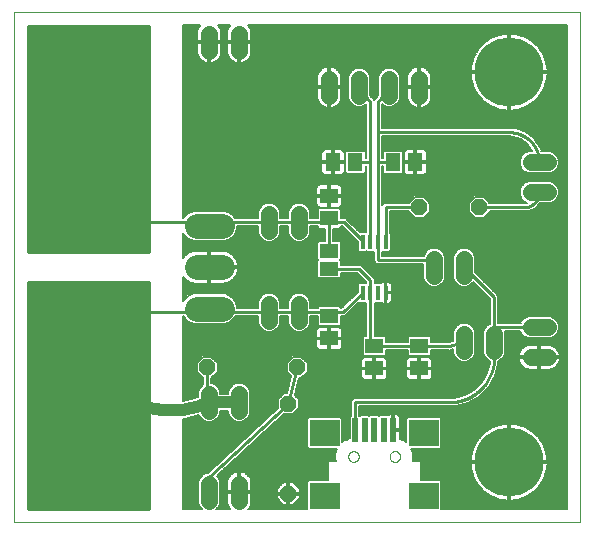
<source format=gtl>
G75*
%MOIN*%
%OFA0B0*%
%FSLAX25Y25*%
%IPPOS*%
%LPD*%
%AMOC8*
5,1,8,0,0,1.08239X$1,22.5*
%
%ADD10C,0.00000*%
%ADD11R,0.05906X0.05118*%
%ADD12R,0.05118X0.05906*%
%ADD13C,0.05600*%
%ADD14R,0.01575X0.04724*%
%ADD15OC8,0.05200*%
%ADD16C,0.23000*%
%ADD17C,0.35433*%
%ADD18R,0.34449X0.20472*%
%ADD19R,0.09843X0.08661*%
%ADD20R,0.01969X0.07874*%
%ADD21C,0.08400*%
%ADD22R,0.06300X0.04600*%
%ADD23C,0.01000*%
%ADD24C,0.03569*%
%ADD25C,0.00600*%
%ADD26C,0.04000*%
D10*
X0001937Y0004296D02*
X0001937Y0174257D01*
X0190638Y0174257D01*
X0190638Y0004296D01*
X0001937Y0004296D01*
X0113280Y0026204D02*
X0113282Y0026288D01*
X0113288Y0026371D01*
X0113298Y0026454D01*
X0113312Y0026537D01*
X0113329Y0026619D01*
X0113351Y0026700D01*
X0113376Y0026779D01*
X0113405Y0026858D01*
X0113438Y0026935D01*
X0113474Y0027010D01*
X0113514Y0027084D01*
X0113557Y0027156D01*
X0113604Y0027225D01*
X0113654Y0027292D01*
X0113707Y0027357D01*
X0113763Y0027419D01*
X0113821Y0027479D01*
X0113883Y0027536D01*
X0113947Y0027589D01*
X0114014Y0027640D01*
X0114083Y0027687D01*
X0114154Y0027732D01*
X0114227Y0027772D01*
X0114302Y0027809D01*
X0114379Y0027843D01*
X0114457Y0027873D01*
X0114536Y0027899D01*
X0114617Y0027922D01*
X0114699Y0027940D01*
X0114781Y0027955D01*
X0114864Y0027966D01*
X0114947Y0027973D01*
X0115031Y0027976D01*
X0115115Y0027975D01*
X0115198Y0027970D01*
X0115282Y0027961D01*
X0115364Y0027948D01*
X0115446Y0027932D01*
X0115527Y0027911D01*
X0115608Y0027887D01*
X0115686Y0027859D01*
X0115764Y0027827D01*
X0115840Y0027791D01*
X0115914Y0027752D01*
X0115986Y0027710D01*
X0116056Y0027664D01*
X0116124Y0027615D01*
X0116189Y0027563D01*
X0116252Y0027508D01*
X0116312Y0027450D01*
X0116370Y0027389D01*
X0116424Y0027325D01*
X0116476Y0027259D01*
X0116524Y0027191D01*
X0116569Y0027120D01*
X0116610Y0027047D01*
X0116649Y0026973D01*
X0116683Y0026897D01*
X0116714Y0026819D01*
X0116741Y0026740D01*
X0116765Y0026659D01*
X0116784Y0026578D01*
X0116800Y0026496D01*
X0116812Y0026413D01*
X0116820Y0026329D01*
X0116824Y0026246D01*
X0116824Y0026162D01*
X0116820Y0026079D01*
X0116812Y0025995D01*
X0116800Y0025912D01*
X0116784Y0025830D01*
X0116765Y0025749D01*
X0116741Y0025668D01*
X0116714Y0025589D01*
X0116683Y0025511D01*
X0116649Y0025435D01*
X0116610Y0025361D01*
X0116569Y0025288D01*
X0116524Y0025217D01*
X0116476Y0025149D01*
X0116424Y0025083D01*
X0116370Y0025019D01*
X0116312Y0024958D01*
X0116252Y0024900D01*
X0116189Y0024845D01*
X0116124Y0024793D01*
X0116056Y0024744D01*
X0115986Y0024698D01*
X0115914Y0024656D01*
X0115840Y0024617D01*
X0115764Y0024581D01*
X0115686Y0024549D01*
X0115608Y0024521D01*
X0115527Y0024497D01*
X0115446Y0024476D01*
X0115364Y0024460D01*
X0115282Y0024447D01*
X0115198Y0024438D01*
X0115115Y0024433D01*
X0115031Y0024432D01*
X0114947Y0024435D01*
X0114864Y0024442D01*
X0114781Y0024453D01*
X0114699Y0024468D01*
X0114617Y0024486D01*
X0114536Y0024509D01*
X0114457Y0024535D01*
X0114379Y0024565D01*
X0114302Y0024599D01*
X0114227Y0024636D01*
X0114154Y0024676D01*
X0114083Y0024721D01*
X0114014Y0024768D01*
X0113947Y0024819D01*
X0113883Y0024872D01*
X0113821Y0024929D01*
X0113763Y0024989D01*
X0113707Y0025051D01*
X0113654Y0025116D01*
X0113604Y0025183D01*
X0113557Y0025252D01*
X0113514Y0025324D01*
X0113474Y0025398D01*
X0113438Y0025473D01*
X0113405Y0025550D01*
X0113376Y0025629D01*
X0113351Y0025708D01*
X0113329Y0025789D01*
X0113312Y0025871D01*
X0113298Y0025954D01*
X0113288Y0026037D01*
X0113282Y0026120D01*
X0113280Y0026204D01*
X0127060Y0026204D02*
X0127062Y0026288D01*
X0127068Y0026371D01*
X0127078Y0026454D01*
X0127092Y0026537D01*
X0127109Y0026619D01*
X0127131Y0026700D01*
X0127156Y0026779D01*
X0127185Y0026858D01*
X0127218Y0026935D01*
X0127254Y0027010D01*
X0127294Y0027084D01*
X0127337Y0027156D01*
X0127384Y0027225D01*
X0127434Y0027292D01*
X0127487Y0027357D01*
X0127543Y0027419D01*
X0127601Y0027479D01*
X0127663Y0027536D01*
X0127727Y0027589D01*
X0127794Y0027640D01*
X0127863Y0027687D01*
X0127934Y0027732D01*
X0128007Y0027772D01*
X0128082Y0027809D01*
X0128159Y0027843D01*
X0128237Y0027873D01*
X0128316Y0027899D01*
X0128397Y0027922D01*
X0128479Y0027940D01*
X0128561Y0027955D01*
X0128644Y0027966D01*
X0128727Y0027973D01*
X0128811Y0027976D01*
X0128895Y0027975D01*
X0128978Y0027970D01*
X0129062Y0027961D01*
X0129144Y0027948D01*
X0129226Y0027932D01*
X0129307Y0027911D01*
X0129388Y0027887D01*
X0129466Y0027859D01*
X0129544Y0027827D01*
X0129620Y0027791D01*
X0129694Y0027752D01*
X0129766Y0027710D01*
X0129836Y0027664D01*
X0129904Y0027615D01*
X0129969Y0027563D01*
X0130032Y0027508D01*
X0130092Y0027450D01*
X0130150Y0027389D01*
X0130204Y0027325D01*
X0130256Y0027259D01*
X0130304Y0027191D01*
X0130349Y0027120D01*
X0130390Y0027047D01*
X0130429Y0026973D01*
X0130463Y0026897D01*
X0130494Y0026819D01*
X0130521Y0026740D01*
X0130545Y0026659D01*
X0130564Y0026578D01*
X0130580Y0026496D01*
X0130592Y0026413D01*
X0130600Y0026329D01*
X0130604Y0026246D01*
X0130604Y0026162D01*
X0130600Y0026079D01*
X0130592Y0025995D01*
X0130580Y0025912D01*
X0130564Y0025830D01*
X0130545Y0025749D01*
X0130521Y0025668D01*
X0130494Y0025589D01*
X0130463Y0025511D01*
X0130429Y0025435D01*
X0130390Y0025361D01*
X0130349Y0025288D01*
X0130304Y0025217D01*
X0130256Y0025149D01*
X0130204Y0025083D01*
X0130150Y0025019D01*
X0130092Y0024958D01*
X0130032Y0024900D01*
X0129969Y0024845D01*
X0129904Y0024793D01*
X0129836Y0024744D01*
X0129766Y0024698D01*
X0129694Y0024656D01*
X0129620Y0024617D01*
X0129544Y0024581D01*
X0129466Y0024549D01*
X0129388Y0024521D01*
X0129307Y0024497D01*
X0129226Y0024476D01*
X0129144Y0024460D01*
X0129062Y0024447D01*
X0128978Y0024438D01*
X0128895Y0024433D01*
X0128811Y0024432D01*
X0128727Y0024435D01*
X0128644Y0024442D01*
X0128561Y0024453D01*
X0128479Y0024468D01*
X0128397Y0024486D01*
X0128316Y0024509D01*
X0128237Y0024535D01*
X0128159Y0024565D01*
X0128082Y0024599D01*
X0128007Y0024636D01*
X0127934Y0024676D01*
X0127863Y0024721D01*
X0127794Y0024768D01*
X0127727Y0024819D01*
X0127663Y0024872D01*
X0127601Y0024929D01*
X0127543Y0024989D01*
X0127487Y0025051D01*
X0127434Y0025116D01*
X0127384Y0025183D01*
X0127337Y0025252D01*
X0127294Y0025324D01*
X0127254Y0025398D01*
X0127218Y0025473D01*
X0127185Y0025550D01*
X0127156Y0025629D01*
X0127131Y0025708D01*
X0127109Y0025789D01*
X0127092Y0025871D01*
X0127078Y0025954D01*
X0127068Y0026037D01*
X0127062Y0026120D01*
X0127060Y0026204D01*
D11*
X0121937Y0055556D03*
X0121937Y0063037D03*
X0106937Y0065556D03*
X0106937Y0073037D03*
X0136937Y0063037D03*
X0136937Y0055556D03*
X0106937Y0105556D03*
X0106937Y0113037D03*
D12*
X0108197Y0124296D03*
X0115677Y0124296D03*
X0128197Y0124296D03*
X0135677Y0124296D03*
D13*
X0136937Y0146496D02*
X0136937Y0152096D01*
X0126937Y0152096D02*
X0126937Y0146496D01*
X0116937Y0146496D02*
X0116937Y0152096D01*
X0106937Y0152096D02*
X0106937Y0146496D01*
X0076937Y0161496D02*
X0076937Y0167096D01*
X0066937Y0167096D02*
X0066937Y0161496D01*
X0086937Y0107096D02*
X0086937Y0101496D01*
X0096937Y0101496D02*
X0096937Y0107096D01*
X0096937Y0077096D02*
X0096937Y0071496D01*
X0086937Y0071496D02*
X0086937Y0077096D01*
X0076937Y0047096D02*
X0076937Y0041496D01*
X0066937Y0041496D02*
X0066937Y0047096D01*
X0066937Y0017096D02*
X0066937Y0011496D01*
X0076937Y0011496D02*
X0076937Y0017096D01*
X0151937Y0061496D02*
X0151937Y0067096D01*
X0161937Y0067096D02*
X0161937Y0061496D01*
X0174137Y0059296D02*
X0179737Y0059296D01*
X0179737Y0069296D02*
X0174137Y0069296D01*
X0151937Y0086496D02*
X0151937Y0092096D01*
X0141937Y0092096D02*
X0141937Y0086496D01*
X0174137Y0114296D02*
X0179737Y0114296D01*
X0179737Y0124296D02*
X0174137Y0124296D01*
D14*
X0125776Y0097787D03*
X0123217Y0097787D03*
X0120657Y0097787D03*
X0118098Y0097787D03*
X0118098Y0080805D03*
X0120657Y0080805D03*
X0123217Y0080805D03*
X0125776Y0080805D03*
D15*
X0096252Y0055966D03*
X0093327Y0043828D03*
X0066252Y0055966D03*
X0093327Y0013828D03*
X0136937Y0109296D03*
X0156937Y0109296D03*
D16*
X0166937Y0154296D03*
X0166937Y0024296D03*
D17*
X0026937Y0036796D03*
X0026937Y0141796D03*
D18*
X0026937Y0110556D03*
X0026937Y0068037D03*
D19*
X0105406Y0034078D03*
X0105406Y0013211D03*
X0138477Y0013211D03*
X0138477Y0034078D03*
D20*
X0128241Y0035062D03*
X0125092Y0035062D03*
X0121942Y0035062D03*
X0118792Y0035062D03*
X0115643Y0035062D03*
D21*
X0071137Y0075517D02*
X0062737Y0075517D01*
X0062737Y0089296D02*
X0071137Y0089296D01*
X0071137Y0103076D02*
X0062737Y0103076D01*
D22*
X0106937Y0094796D03*
X0106937Y0088796D03*
D23*
X0116937Y0088796D01*
X0120657Y0085076D01*
X0120657Y0080805D01*
X0120657Y0063037D01*
X0121937Y0063037D01*
X0136937Y0063037D01*
X0146937Y0063037D01*
X0151937Y0064296D01*
X0161937Y0059296D02*
X0161933Y0058934D01*
X0161919Y0058571D01*
X0161898Y0058209D01*
X0161867Y0057848D01*
X0161828Y0057488D01*
X0161780Y0057129D01*
X0161723Y0056771D01*
X0161658Y0056414D01*
X0161584Y0056059D01*
X0161501Y0055706D01*
X0161410Y0055355D01*
X0161311Y0055007D01*
X0161203Y0054661D01*
X0161087Y0054317D01*
X0160962Y0053977D01*
X0160830Y0053640D01*
X0160689Y0053306D01*
X0160540Y0052975D01*
X0160383Y0052648D01*
X0160219Y0052325D01*
X0160047Y0052006D01*
X0159867Y0051692D01*
X0159679Y0051381D01*
X0159484Y0051076D01*
X0159282Y0050775D01*
X0159072Y0050479D01*
X0158856Y0050189D01*
X0158632Y0049903D01*
X0158402Y0049623D01*
X0158165Y0049349D01*
X0157921Y0049081D01*
X0157671Y0048818D01*
X0157415Y0048562D01*
X0157152Y0048312D01*
X0156884Y0048068D01*
X0156610Y0047831D01*
X0156330Y0047601D01*
X0156044Y0047377D01*
X0155754Y0047161D01*
X0155458Y0046951D01*
X0155157Y0046749D01*
X0154852Y0046554D01*
X0154541Y0046366D01*
X0154227Y0046186D01*
X0153908Y0046014D01*
X0153585Y0045850D01*
X0153258Y0045693D01*
X0152927Y0045544D01*
X0152593Y0045403D01*
X0152256Y0045271D01*
X0151916Y0045146D01*
X0151572Y0045030D01*
X0151226Y0044922D01*
X0150878Y0044823D01*
X0150527Y0044732D01*
X0150174Y0044649D01*
X0149819Y0044575D01*
X0149462Y0044510D01*
X0149104Y0044453D01*
X0148745Y0044405D01*
X0148385Y0044366D01*
X0148024Y0044335D01*
X0147662Y0044314D01*
X0147299Y0044300D01*
X0146937Y0044296D01*
X0115643Y0044296D01*
X0115643Y0035062D01*
X0093327Y0043828D02*
X0096252Y0055966D01*
X0093327Y0043828D02*
X0066937Y0019438D01*
X0066937Y0014296D01*
X0046937Y0014281D02*
X0006437Y0014281D01*
X0006437Y0013283D02*
X0046937Y0013283D01*
X0046937Y0012284D02*
X0006437Y0012284D01*
X0006437Y0011286D02*
X0046937Y0011286D01*
X0046937Y0010287D02*
X0006437Y0010287D01*
X0006437Y0009289D02*
X0046937Y0009289D01*
X0046937Y0008796D02*
X0006437Y0008796D01*
X0006437Y0084296D01*
X0046937Y0084296D01*
X0046937Y0008796D01*
X0046937Y0015280D02*
X0006437Y0015280D01*
X0006437Y0016279D02*
X0046937Y0016279D01*
X0046937Y0017277D02*
X0006437Y0017277D01*
X0006437Y0018276D02*
X0046937Y0018276D01*
X0046937Y0019274D02*
X0006437Y0019274D01*
X0006437Y0020273D02*
X0046937Y0020273D01*
X0046937Y0021271D02*
X0006437Y0021271D01*
X0006437Y0022270D02*
X0046937Y0022270D01*
X0046937Y0023268D02*
X0006437Y0023268D01*
X0006437Y0024267D02*
X0046937Y0024267D01*
X0046937Y0025265D02*
X0006437Y0025265D01*
X0006437Y0026264D02*
X0046937Y0026264D01*
X0046937Y0027262D02*
X0006437Y0027262D01*
X0006437Y0028261D02*
X0046937Y0028261D01*
X0046937Y0029259D02*
X0006437Y0029259D01*
X0006437Y0030258D02*
X0046937Y0030258D01*
X0046937Y0031256D02*
X0006437Y0031256D01*
X0006437Y0032255D02*
X0046937Y0032255D01*
X0046937Y0033253D02*
X0006437Y0033253D01*
X0006437Y0034252D02*
X0046937Y0034252D01*
X0046937Y0035250D02*
X0006437Y0035250D01*
X0006437Y0036249D02*
X0046937Y0036249D01*
X0046937Y0037247D02*
X0006437Y0037247D01*
X0006437Y0038246D02*
X0046937Y0038246D01*
X0046937Y0039244D02*
X0006437Y0039244D01*
X0006437Y0040243D02*
X0046937Y0040243D01*
X0046937Y0041241D02*
X0006437Y0041241D01*
X0006437Y0042240D02*
X0046937Y0042240D01*
X0046937Y0043238D02*
X0006437Y0043238D01*
X0006437Y0044237D02*
X0046937Y0044237D01*
X0046937Y0045235D02*
X0006437Y0045235D01*
X0006437Y0046234D02*
X0046937Y0046234D01*
X0046937Y0047232D02*
X0006437Y0047232D01*
X0006437Y0048231D02*
X0046937Y0048231D01*
X0046937Y0049229D02*
X0006437Y0049229D01*
X0006437Y0050228D02*
X0046937Y0050228D01*
X0046937Y0051226D02*
X0006437Y0051226D01*
X0006437Y0052225D02*
X0046937Y0052225D01*
X0046937Y0053223D02*
X0006437Y0053223D01*
X0006437Y0054222D02*
X0046937Y0054222D01*
X0046937Y0055220D02*
X0006437Y0055220D01*
X0006437Y0056219D02*
X0046937Y0056219D01*
X0046937Y0057217D02*
X0006437Y0057217D01*
X0006437Y0058216D02*
X0046937Y0058216D01*
X0046937Y0059215D02*
X0006437Y0059215D01*
X0006437Y0060213D02*
X0046937Y0060213D01*
X0046937Y0061212D02*
X0006437Y0061212D01*
X0006437Y0062210D02*
X0046937Y0062210D01*
X0046937Y0063209D02*
X0006437Y0063209D01*
X0006437Y0064207D02*
X0046937Y0064207D01*
X0046937Y0065206D02*
X0006437Y0065206D01*
X0006437Y0066204D02*
X0046937Y0066204D01*
X0046937Y0067203D02*
X0006437Y0067203D01*
X0006437Y0068201D02*
X0046937Y0068201D01*
X0046937Y0069200D02*
X0006437Y0069200D01*
X0006437Y0070198D02*
X0046937Y0070198D01*
X0046937Y0071197D02*
X0006437Y0071197D01*
X0006437Y0072195D02*
X0046937Y0072195D01*
X0046937Y0073194D02*
X0006437Y0073194D01*
X0006437Y0074192D02*
X0046937Y0074192D01*
X0046937Y0075191D02*
X0006437Y0075191D01*
X0006437Y0076189D02*
X0046937Y0076189D01*
X0046937Y0077188D02*
X0006437Y0077188D01*
X0006437Y0078186D02*
X0046937Y0078186D01*
X0046937Y0079185D02*
X0006437Y0079185D01*
X0006437Y0080183D02*
X0046937Y0080183D01*
X0046937Y0081182D02*
X0006437Y0081182D01*
X0006437Y0082180D02*
X0046937Y0082180D01*
X0046937Y0083179D02*
X0006437Y0083179D01*
X0006437Y0084177D02*
X0046937Y0084177D01*
X0046937Y0094296D02*
X0046937Y0169757D01*
X0006437Y0169757D01*
X0006437Y0094296D01*
X0046937Y0094296D01*
X0046937Y0095161D02*
X0006437Y0095161D01*
X0006437Y0096159D02*
X0046937Y0096159D01*
X0046937Y0097158D02*
X0006437Y0097158D01*
X0006437Y0098156D02*
X0046937Y0098156D01*
X0046937Y0099155D02*
X0006437Y0099155D01*
X0006437Y0100153D02*
X0046937Y0100153D01*
X0046937Y0101152D02*
X0006437Y0101152D01*
X0006437Y0102150D02*
X0046937Y0102150D01*
X0046937Y0103149D02*
X0006437Y0103149D01*
X0006437Y0104148D02*
X0046937Y0104148D01*
X0046937Y0105146D02*
X0006437Y0105146D01*
X0006437Y0106145D02*
X0046937Y0106145D01*
X0046937Y0107143D02*
X0006437Y0107143D01*
X0006437Y0108142D02*
X0046937Y0108142D01*
X0046937Y0109140D02*
X0006437Y0109140D01*
X0006437Y0110139D02*
X0046937Y0110139D01*
X0046937Y0111137D02*
X0006437Y0111137D01*
X0006437Y0112136D02*
X0046937Y0112136D01*
X0046937Y0113134D02*
X0006437Y0113134D01*
X0006437Y0114133D02*
X0046937Y0114133D01*
X0046937Y0115131D02*
X0006437Y0115131D01*
X0006437Y0116130D02*
X0046937Y0116130D01*
X0046937Y0117128D02*
X0006437Y0117128D01*
X0006437Y0118127D02*
X0046937Y0118127D01*
X0046937Y0119125D02*
X0006437Y0119125D01*
X0006437Y0120124D02*
X0046937Y0120124D01*
X0046937Y0121122D02*
X0006437Y0121122D01*
X0006437Y0122121D02*
X0046937Y0122121D01*
X0046937Y0123119D02*
X0006437Y0123119D01*
X0006437Y0124118D02*
X0046937Y0124118D01*
X0046937Y0125116D02*
X0006437Y0125116D01*
X0006437Y0126115D02*
X0046937Y0126115D01*
X0046937Y0127113D02*
X0006437Y0127113D01*
X0006437Y0128112D02*
X0046937Y0128112D01*
X0046937Y0129110D02*
X0006437Y0129110D01*
X0006437Y0130109D02*
X0046937Y0130109D01*
X0046937Y0131107D02*
X0006437Y0131107D01*
X0006437Y0132106D02*
X0046937Y0132106D01*
X0046937Y0133104D02*
X0006437Y0133104D01*
X0006437Y0134103D02*
X0046937Y0134103D01*
X0046937Y0135101D02*
X0006437Y0135101D01*
X0006437Y0136100D02*
X0046937Y0136100D01*
X0046937Y0137098D02*
X0006437Y0137098D01*
X0006437Y0138097D02*
X0046937Y0138097D01*
X0046937Y0139095D02*
X0006437Y0139095D01*
X0006437Y0140094D02*
X0046937Y0140094D01*
X0046937Y0141092D02*
X0006437Y0141092D01*
X0006437Y0142091D02*
X0046937Y0142091D01*
X0046937Y0143089D02*
X0006437Y0143089D01*
X0006437Y0144088D02*
X0046937Y0144088D01*
X0046937Y0145086D02*
X0006437Y0145086D01*
X0006437Y0146085D02*
X0046937Y0146085D01*
X0046937Y0147084D02*
X0006437Y0147084D01*
X0006437Y0148082D02*
X0046937Y0148082D01*
X0046937Y0149081D02*
X0006437Y0149081D01*
X0006437Y0150079D02*
X0046937Y0150079D01*
X0046937Y0151078D02*
X0006437Y0151078D01*
X0006437Y0152076D02*
X0046937Y0152076D01*
X0046937Y0153075D02*
X0006437Y0153075D01*
X0006437Y0154073D02*
X0046937Y0154073D01*
X0046937Y0155072D02*
X0006437Y0155072D01*
X0006437Y0156070D02*
X0046937Y0156070D01*
X0046937Y0157069D02*
X0006437Y0157069D01*
X0006437Y0158067D02*
X0046937Y0158067D01*
X0046937Y0159066D02*
X0006437Y0159066D01*
X0006437Y0160064D02*
X0046937Y0160064D01*
X0046937Y0161063D02*
X0006437Y0161063D01*
X0006437Y0162061D02*
X0046937Y0162061D01*
X0046937Y0163060D02*
X0006437Y0163060D01*
X0006437Y0164058D02*
X0046937Y0164058D01*
X0046937Y0165057D02*
X0006437Y0165057D01*
X0006437Y0166055D02*
X0046937Y0166055D01*
X0046937Y0167054D02*
X0006437Y0167054D01*
X0006437Y0168052D02*
X0046937Y0168052D01*
X0046937Y0169051D02*
X0006437Y0169051D01*
X0026937Y0110556D02*
X0033197Y0104296D01*
X0061937Y0104296D01*
X0066937Y0103076D01*
X0061937Y0104296D02*
X0086937Y0104296D01*
X0096937Y0104296D01*
X0106937Y0104296D01*
X0106937Y0105556D01*
X0106937Y0104296D02*
X0111937Y0104296D01*
X0118098Y0098135D01*
X0118098Y0097787D01*
X0120657Y0097787D02*
X0120657Y0124296D01*
X0115677Y0124296D01*
X0120657Y0124296D02*
X0120657Y0144296D01*
X0116937Y0149296D01*
X0123217Y0144296D02*
X0126937Y0149296D01*
X0123217Y0144296D02*
X0123217Y0134296D01*
X0166937Y0134296D01*
X0167179Y0134293D01*
X0167420Y0134284D01*
X0167661Y0134270D01*
X0167902Y0134249D01*
X0168142Y0134223D01*
X0168382Y0134191D01*
X0168621Y0134153D01*
X0168858Y0134110D01*
X0169095Y0134060D01*
X0169330Y0134005D01*
X0169564Y0133945D01*
X0169796Y0133878D01*
X0170027Y0133807D01*
X0170256Y0133729D01*
X0170483Y0133646D01*
X0170708Y0133558D01*
X0170931Y0133464D01*
X0171151Y0133365D01*
X0171369Y0133260D01*
X0171584Y0133151D01*
X0171797Y0133036D01*
X0172007Y0132916D01*
X0172213Y0132791D01*
X0172417Y0132661D01*
X0172618Y0132526D01*
X0172815Y0132386D01*
X0173009Y0132242D01*
X0173199Y0132093D01*
X0173385Y0131939D01*
X0173568Y0131781D01*
X0173747Y0131619D01*
X0173922Y0131452D01*
X0174093Y0131281D01*
X0174260Y0131106D01*
X0174422Y0130927D01*
X0174580Y0130744D01*
X0174734Y0130558D01*
X0174883Y0130368D01*
X0175027Y0130174D01*
X0175167Y0129977D01*
X0175302Y0129776D01*
X0175432Y0129572D01*
X0175557Y0129366D01*
X0175677Y0129156D01*
X0175792Y0128943D01*
X0175901Y0128728D01*
X0176006Y0128510D01*
X0176105Y0128290D01*
X0176199Y0128067D01*
X0176287Y0127842D01*
X0176370Y0127615D01*
X0176448Y0127386D01*
X0176519Y0127155D01*
X0176586Y0126923D01*
X0176646Y0126689D01*
X0176701Y0126454D01*
X0176751Y0126217D01*
X0176794Y0125980D01*
X0176832Y0125741D01*
X0176864Y0125501D01*
X0176890Y0125261D01*
X0176911Y0125020D01*
X0176925Y0124779D01*
X0176934Y0124538D01*
X0176937Y0124296D01*
X0176937Y0114296D02*
X0176935Y0114156D01*
X0176929Y0114016D01*
X0176919Y0113876D01*
X0176906Y0113736D01*
X0176888Y0113597D01*
X0176866Y0113458D01*
X0176841Y0113321D01*
X0176812Y0113183D01*
X0176779Y0113047D01*
X0176742Y0112912D01*
X0176701Y0112778D01*
X0176656Y0112645D01*
X0176608Y0112513D01*
X0176556Y0112383D01*
X0176501Y0112254D01*
X0176442Y0112127D01*
X0176379Y0112001D01*
X0176313Y0111877D01*
X0176244Y0111756D01*
X0176171Y0111636D01*
X0176094Y0111518D01*
X0176015Y0111403D01*
X0175932Y0111289D01*
X0175846Y0111179D01*
X0175757Y0111070D01*
X0175665Y0110964D01*
X0175570Y0110861D01*
X0175473Y0110760D01*
X0175372Y0110663D01*
X0175269Y0110568D01*
X0175163Y0110476D01*
X0175054Y0110387D01*
X0174944Y0110301D01*
X0174830Y0110218D01*
X0174715Y0110139D01*
X0174597Y0110062D01*
X0174477Y0109989D01*
X0174356Y0109920D01*
X0174232Y0109854D01*
X0174106Y0109791D01*
X0173979Y0109732D01*
X0173850Y0109677D01*
X0173720Y0109625D01*
X0173588Y0109577D01*
X0173455Y0109532D01*
X0173321Y0109491D01*
X0173186Y0109454D01*
X0173050Y0109421D01*
X0172912Y0109392D01*
X0172775Y0109367D01*
X0172636Y0109345D01*
X0172497Y0109327D01*
X0172357Y0109314D01*
X0172217Y0109304D01*
X0172077Y0109298D01*
X0171937Y0109296D01*
X0156937Y0109296D01*
X0136937Y0109296D02*
X0125776Y0109296D01*
X0125776Y0097787D01*
X0123217Y0097787D02*
X0123217Y0091796D01*
X0141937Y0091796D01*
X0141937Y0089296D01*
X0151937Y0089296D02*
X0161937Y0079296D01*
X0161937Y0064296D01*
X0161937Y0059296D01*
X0161937Y0064296D02*
X0161855Y0064381D01*
X0161775Y0064468D01*
X0161699Y0064558D01*
X0161626Y0064651D01*
X0161556Y0064746D01*
X0161489Y0064844D01*
X0161425Y0064943D01*
X0161365Y0065045D01*
X0161308Y0065149D01*
X0161255Y0065254D01*
X0161205Y0065361D01*
X0161159Y0065470D01*
X0161116Y0065580D01*
X0161078Y0065692D01*
X0161043Y0065805D01*
X0161012Y0065919D01*
X0160984Y0066034D01*
X0160961Y0066150D01*
X0160941Y0066266D01*
X0160925Y0066383D01*
X0160913Y0066501D01*
X0160905Y0066619D01*
X0160901Y0066737D01*
X0160901Y0066855D01*
X0160905Y0066973D01*
X0160913Y0067091D01*
X0160925Y0067209D01*
X0160941Y0067326D01*
X0160961Y0067442D01*
X0160984Y0067558D01*
X0161012Y0067673D01*
X0161043Y0067787D01*
X0161078Y0067900D01*
X0161116Y0068012D01*
X0161159Y0068122D01*
X0161205Y0068231D01*
X0161255Y0068338D01*
X0161308Y0068443D01*
X0161365Y0068547D01*
X0161425Y0068649D01*
X0161489Y0068748D01*
X0161556Y0068846D01*
X0161626Y0068941D01*
X0161699Y0069034D01*
X0161775Y0069124D01*
X0161855Y0069211D01*
X0161937Y0069296D01*
X0176937Y0069296D01*
X0123217Y0097787D02*
X0123217Y0124296D01*
X0128197Y0124296D01*
X0123217Y0124296D02*
X0123217Y0134296D01*
X0106937Y0104296D02*
X0106937Y0094796D01*
X0118098Y0080805D02*
X0111589Y0074296D01*
X0106937Y0074296D01*
X0106937Y0073037D01*
X0106937Y0074296D02*
X0096937Y0074296D01*
X0086937Y0074296D01*
X0068157Y0074296D01*
X0068157Y0074297D02*
X0068089Y0074299D01*
X0068020Y0074305D01*
X0067953Y0074314D01*
X0067886Y0074328D01*
X0067819Y0074345D01*
X0067754Y0074365D01*
X0067690Y0074390D01*
X0067628Y0074418D01*
X0067567Y0074449D01*
X0067508Y0074484D01*
X0067451Y0074522D01*
X0067396Y0074563D01*
X0067344Y0074607D01*
X0067294Y0074654D01*
X0067247Y0074704D01*
X0067203Y0074756D01*
X0067162Y0074811D01*
X0067124Y0074868D01*
X0067089Y0074927D01*
X0067058Y0074988D01*
X0067030Y0075050D01*
X0067005Y0075114D01*
X0066985Y0075179D01*
X0066968Y0075246D01*
X0066954Y0075313D01*
X0066945Y0075380D01*
X0066939Y0075449D01*
X0066937Y0075517D01*
X0061937Y0074296D01*
X0026937Y0074296D01*
X0066252Y0055966D02*
X0066252Y0044982D01*
X0066937Y0044296D01*
D24*
X0041937Y0054296D03*
X0041937Y0059296D03*
X0036937Y0059296D03*
X0031937Y0059296D03*
X0026937Y0059296D03*
X0021937Y0059296D03*
X0016937Y0059296D03*
X0011937Y0059296D03*
X0011937Y0054296D03*
X0011937Y0119296D03*
X0016937Y0119296D03*
X0021937Y0119296D03*
X0026937Y0119296D03*
X0031937Y0119296D03*
X0036937Y0119296D03*
X0041937Y0119296D03*
X0041937Y0124296D03*
X0011937Y0124296D03*
D25*
X0011937Y0119296D01*
X0015677Y0110556D01*
X0026937Y0110556D01*
X0028197Y0110556D01*
X0031937Y0119296D01*
X0041937Y0124296D01*
X0041937Y0119296D02*
X0036937Y0119296D01*
X0033197Y0110556D01*
X0026937Y0110556D01*
X0038197Y0110556D01*
X0041937Y0119296D01*
X0026937Y0119296D02*
X0026937Y0110556D01*
X0025677Y0110556D01*
X0021937Y0119296D01*
X0016937Y0119296D02*
X0020677Y0110556D01*
X0026937Y0110556D01*
X0058237Y0110831D02*
X0102684Y0110831D01*
X0102684Y0110306D02*
X0102773Y0109976D01*
X0102944Y0109679D01*
X0103186Y0109437D01*
X0103482Y0109266D01*
X0103813Y0109177D01*
X0106637Y0109177D01*
X0106637Y0112736D01*
X0107237Y0112736D01*
X0107237Y0109177D01*
X0110061Y0109177D01*
X0110392Y0109266D01*
X0110688Y0109437D01*
X0110930Y0109679D01*
X0111101Y0109976D01*
X0111190Y0110306D01*
X0111190Y0112737D01*
X0107237Y0112737D01*
X0107237Y0113337D01*
X0106637Y0113337D01*
X0106637Y0116896D01*
X0103813Y0116896D01*
X0103482Y0116807D01*
X0103186Y0116636D01*
X0102944Y0116394D01*
X0102773Y0116097D01*
X0102684Y0115767D01*
X0102684Y0113337D01*
X0106637Y0113337D01*
X0106637Y0112737D01*
X0102684Y0112737D01*
X0102684Y0110306D01*
X0102704Y0110233D02*
X0099033Y0110233D01*
X0097673Y0110796D01*
X0096201Y0110796D01*
X0094841Y0110233D01*
X0089033Y0110233D01*
X0087673Y0110796D01*
X0086201Y0110796D01*
X0084841Y0110233D01*
X0058237Y0110233D01*
X0058237Y0109634D02*
X0084242Y0109634D01*
X0083800Y0109192D02*
X0083237Y0107832D01*
X0083237Y0105696D01*
X0075572Y0105696D01*
X0075461Y0105965D01*
X0074026Y0107399D01*
X0072151Y0108176D01*
X0061723Y0108176D01*
X0059848Y0107399D01*
X0058413Y0105965D01*
X0058302Y0105696D01*
X0058237Y0105696D01*
X0058237Y0169957D01*
X0063999Y0169957D01*
X0063810Y0169767D01*
X0063430Y0169245D01*
X0063137Y0168670D01*
X0062938Y0168056D01*
X0062837Y0167419D01*
X0062837Y0164596D01*
X0066637Y0164596D01*
X0066637Y0163996D01*
X0067237Y0163996D01*
X0067237Y0157396D01*
X0067260Y0157396D01*
X0067897Y0157497D01*
X0068511Y0157697D01*
X0069086Y0157990D01*
X0069608Y0158369D01*
X0070064Y0158825D01*
X0070444Y0159348D01*
X0070737Y0159923D01*
X0070936Y0160536D01*
X0071037Y0161174D01*
X0071037Y0163996D01*
X0067237Y0163996D01*
X0067237Y0164596D01*
X0071037Y0164596D01*
X0071037Y0167419D01*
X0070936Y0168056D01*
X0070737Y0168670D01*
X0070444Y0169245D01*
X0070064Y0169767D01*
X0069875Y0169957D01*
X0073999Y0169957D01*
X0073810Y0169767D01*
X0073430Y0169245D01*
X0073137Y0168670D01*
X0072938Y0168056D01*
X0072837Y0167419D01*
X0072837Y0164596D01*
X0076637Y0164596D01*
X0076637Y0163996D01*
X0077237Y0163996D01*
X0077237Y0157396D01*
X0077260Y0157396D01*
X0077897Y0157497D01*
X0078511Y0157697D01*
X0079086Y0157990D01*
X0079608Y0158369D01*
X0080064Y0158825D01*
X0080444Y0159348D01*
X0080737Y0159923D01*
X0080936Y0160536D01*
X0081037Y0161174D01*
X0081037Y0163996D01*
X0077237Y0163996D01*
X0077237Y0164596D01*
X0081037Y0164596D01*
X0081037Y0167419D01*
X0080936Y0168056D01*
X0080737Y0168670D01*
X0080444Y0169245D01*
X0080064Y0169767D01*
X0079875Y0169957D01*
X0186338Y0169957D01*
X0186338Y0008596D01*
X0144299Y0008596D01*
X0144299Y0017915D01*
X0143771Y0018442D01*
X0137399Y0018442D01*
X0137399Y0024556D01*
X0137224Y0024732D01*
X0134794Y0024732D01*
X0134903Y0024996D01*
X0134903Y0027411D01*
X0134309Y0028847D01*
X0143771Y0028847D01*
X0144299Y0029374D01*
X0144299Y0038781D01*
X0143771Y0039308D01*
X0133183Y0039308D01*
X0132656Y0038781D01*
X0132656Y0030966D01*
X0132271Y0031351D01*
X0130525Y0032074D01*
X0130525Y0034870D01*
X0128433Y0034870D01*
X0128433Y0035254D01*
X0128049Y0035254D01*
X0128049Y0040299D01*
X0127086Y0040299D01*
X0126755Y0040210D01*
X0126459Y0040039D01*
X0126318Y0039899D01*
X0123734Y0039899D01*
X0123517Y0039681D01*
X0123299Y0039899D01*
X0120585Y0039899D01*
X0120367Y0039681D01*
X0120149Y0039899D01*
X0117435Y0039899D01*
X0117217Y0039681D01*
X0117043Y0039856D01*
X0117043Y0042896D01*
X0149096Y0042896D01*
X0153267Y0044014D01*
X0157007Y0046173D01*
X0160060Y0049227D01*
X0162219Y0052966D01*
X0162219Y0052966D01*
X0163337Y0057137D01*
X0163337Y0058071D01*
X0164033Y0058360D01*
X0165074Y0059400D01*
X0165637Y0060760D01*
X0165637Y0067832D01*
X0165610Y0067896D01*
X0170712Y0067896D01*
X0171000Y0067200D01*
X0172041Y0066160D01*
X0173401Y0065596D01*
X0180473Y0065596D01*
X0181833Y0066160D01*
X0182874Y0067200D01*
X0183437Y0068560D01*
X0183437Y0070032D01*
X0182874Y0071392D01*
X0181833Y0072433D01*
X0180473Y0072996D01*
X0173401Y0072996D01*
X0172041Y0072433D01*
X0171000Y0071392D01*
X0170712Y0070696D01*
X0163337Y0070696D01*
X0163337Y0079876D01*
X0162517Y0080696D01*
X0155637Y0087576D01*
X0155637Y0092832D01*
X0155074Y0094192D01*
X0154033Y0095233D01*
X0152673Y0095796D01*
X0151201Y0095796D01*
X0149841Y0095233D01*
X0148800Y0094192D01*
X0148237Y0092832D01*
X0148237Y0085760D01*
X0148800Y0084400D01*
X0149841Y0083360D01*
X0151201Y0082796D01*
X0152673Y0082796D01*
X0154033Y0083360D01*
X0154963Y0084290D01*
X0160537Y0078716D01*
X0160537Y0070521D01*
X0159841Y0070233D01*
X0158800Y0069192D01*
X0158237Y0067832D01*
X0158237Y0060760D01*
X0158800Y0059400D01*
X0159841Y0058360D01*
X0160459Y0058104D01*
X0160421Y0057521D01*
X0159502Y0054092D01*
X0157727Y0051017D01*
X0155216Y0048507D01*
X0152141Y0046732D01*
X0148712Y0045813D01*
X0146937Y0045696D01*
X0115063Y0045696D01*
X0114243Y0044876D01*
X0114243Y0039856D01*
X0113758Y0039372D01*
X0113758Y0032240D01*
X0111613Y0031351D01*
X0111228Y0030966D01*
X0111228Y0038781D01*
X0110701Y0039308D01*
X0100112Y0039308D01*
X0099585Y0038781D01*
X0099585Y0029374D01*
X0100112Y0028847D01*
X0109575Y0028847D01*
X0108980Y0027411D01*
X0108980Y0024996D01*
X0109090Y0024732D01*
X0106660Y0024732D01*
X0106484Y0024556D01*
X0106484Y0018442D01*
X0100112Y0018442D01*
X0099585Y0017915D01*
X0099585Y0008596D01*
X0079835Y0008596D01*
X0080064Y0008825D01*
X0080444Y0009348D01*
X0080737Y0009923D01*
X0080936Y0010536D01*
X0081037Y0011174D01*
X0081037Y0013996D01*
X0077237Y0013996D01*
X0077237Y0014596D01*
X0081037Y0014596D01*
X0081037Y0017419D01*
X0080936Y0018056D01*
X0080737Y0018670D01*
X0080444Y0019245D01*
X0080064Y0019767D01*
X0079608Y0020224D01*
X0079086Y0020603D01*
X0078511Y0020896D01*
X0077897Y0021095D01*
X0077260Y0021196D01*
X0077237Y0021196D01*
X0077237Y0014596D01*
X0076637Y0014596D01*
X0076637Y0013996D01*
X0072837Y0013996D01*
X0072837Y0011174D01*
X0072938Y0010536D01*
X0073137Y0009923D01*
X0073430Y0009348D01*
X0073810Y0008825D01*
X0074039Y0008596D01*
X0069270Y0008596D01*
X0070074Y0009400D01*
X0070637Y0010760D01*
X0070637Y0017832D01*
X0070074Y0019192D01*
X0069430Y0019836D01*
X0091745Y0040460D01*
X0091877Y0040328D01*
X0094777Y0040328D01*
X0096827Y0042378D01*
X0096827Y0045278D01*
X0095449Y0046656D01*
X0096849Y0052466D01*
X0097702Y0052466D01*
X0099752Y0054516D01*
X0099752Y0057416D01*
X0097702Y0059466D01*
X0094802Y0059466D01*
X0092752Y0057416D01*
X0092752Y0054516D01*
X0094130Y0053138D01*
X0092730Y0047328D01*
X0091877Y0047328D01*
X0089827Y0045278D01*
X0089827Y0042500D01*
X0066389Y0020838D01*
X0066357Y0020838D01*
X0066316Y0020796D01*
X0066201Y0020796D01*
X0064841Y0020233D01*
X0063800Y0019192D01*
X0063237Y0017832D01*
X0063237Y0010760D01*
X0063800Y0009400D01*
X0064604Y0008596D01*
X0058237Y0008596D01*
X0058237Y0038799D01*
X0058819Y0038818D01*
X0063579Y0039934D01*
X0063800Y0039400D01*
X0064841Y0038360D01*
X0066201Y0037796D01*
X0067673Y0037796D01*
X0069033Y0038360D01*
X0070074Y0039400D01*
X0070637Y0040760D01*
X0070637Y0041396D01*
X0073237Y0041396D01*
X0073237Y0040760D01*
X0073800Y0039400D01*
X0074841Y0038360D01*
X0076201Y0037796D01*
X0077673Y0037796D01*
X0079033Y0038360D01*
X0080074Y0039400D01*
X0080637Y0040760D01*
X0080637Y0047832D01*
X0080074Y0049192D01*
X0079033Y0050233D01*
X0077673Y0050796D01*
X0076201Y0050796D01*
X0074841Y0050233D01*
X0073800Y0049192D01*
X0073237Y0047832D01*
X0073237Y0047196D01*
X0070637Y0047196D01*
X0070637Y0047832D01*
X0070074Y0049192D01*
X0069033Y0050233D01*
X0067673Y0050796D01*
X0067652Y0050796D01*
X0067652Y0052466D01*
X0067702Y0052466D01*
X0069752Y0054516D01*
X0069752Y0057416D01*
X0067702Y0059466D01*
X0064802Y0059466D01*
X0062752Y0057416D01*
X0062752Y0054516D01*
X0064802Y0052466D01*
X0064852Y0052466D01*
X0064852Y0050238D01*
X0064841Y0050233D01*
X0063800Y0049192D01*
X0063237Y0047832D01*
X0063237Y0045946D01*
X0058237Y0044774D01*
X0058237Y0072896D01*
X0058302Y0072896D01*
X0058413Y0072628D01*
X0059848Y0071193D01*
X0061723Y0070417D01*
X0072151Y0070417D01*
X0074026Y0071193D01*
X0075461Y0072628D01*
X0075572Y0072896D01*
X0083237Y0072896D01*
X0083237Y0070760D01*
X0083800Y0069400D01*
X0084841Y0068360D01*
X0086201Y0067796D01*
X0087673Y0067796D01*
X0089033Y0068360D01*
X0090074Y0069400D01*
X0090637Y0070760D01*
X0090637Y0072896D01*
X0093237Y0072896D01*
X0093237Y0070760D01*
X0093800Y0069400D01*
X0094841Y0068360D01*
X0096201Y0067796D01*
X0097673Y0067796D01*
X0099033Y0068360D01*
X0100074Y0069400D01*
X0100637Y0070760D01*
X0100637Y0072896D01*
X0103084Y0072896D01*
X0103084Y0070105D01*
X0103611Y0069577D01*
X0110263Y0069577D01*
X0110790Y0070105D01*
X0110790Y0072896D01*
X0112169Y0072896D01*
X0112989Y0073716D01*
X0116877Y0077604D01*
X0116938Y0077543D01*
X0119257Y0077543D01*
X0119257Y0066496D01*
X0118611Y0066496D01*
X0118084Y0065968D01*
X0118084Y0060105D01*
X0118611Y0059577D01*
X0125263Y0059577D01*
X0125790Y0060105D01*
X0125790Y0061637D01*
X0133084Y0061637D01*
X0133084Y0060105D01*
X0133611Y0059577D01*
X0140263Y0059577D01*
X0140790Y0060105D01*
X0140790Y0061637D01*
X0146551Y0061637D01*
X0146717Y0061537D01*
X0147111Y0061637D01*
X0147517Y0061637D01*
X0147654Y0061773D01*
X0148237Y0061920D01*
X0148237Y0060760D01*
X0148800Y0059400D01*
X0149841Y0058360D01*
X0151201Y0057796D01*
X0152673Y0057796D01*
X0154033Y0058360D01*
X0155074Y0059400D01*
X0155637Y0060760D01*
X0155637Y0067832D01*
X0155074Y0069192D01*
X0154033Y0070233D01*
X0152673Y0070796D01*
X0151201Y0070796D01*
X0149841Y0070233D01*
X0148800Y0069192D01*
X0148237Y0067832D01*
X0148237Y0064808D01*
X0146763Y0064437D01*
X0140790Y0064437D01*
X0140790Y0065968D01*
X0140263Y0066496D01*
X0133611Y0066496D01*
X0133084Y0065968D01*
X0133084Y0064437D01*
X0125790Y0064437D01*
X0125790Y0065968D01*
X0125263Y0066496D01*
X0122057Y0066496D01*
X0122057Y0077543D01*
X0124050Y0077543D01*
X0124190Y0077403D01*
X0124486Y0077232D01*
X0124817Y0077143D01*
X0125682Y0077143D01*
X0125682Y0080712D01*
X0125869Y0080712D01*
X0125869Y0077143D01*
X0126734Y0077143D01*
X0127065Y0077232D01*
X0127361Y0077403D01*
X0127603Y0077645D01*
X0127774Y0077941D01*
X0127863Y0078272D01*
X0127863Y0080712D01*
X0125869Y0080712D01*
X0125869Y0080899D01*
X0125682Y0080899D01*
X0125682Y0084468D01*
X0124817Y0084468D01*
X0124486Y0084379D01*
X0124190Y0084208D01*
X0124050Y0084068D01*
X0122057Y0084068D01*
X0122057Y0085656D01*
X0121237Y0086476D01*
X0117517Y0090196D01*
X0110987Y0090196D01*
X0110987Y0091469D01*
X0110660Y0091796D01*
X0110987Y0092124D01*
X0110987Y0097469D01*
X0110460Y0097996D01*
X0108337Y0097996D01*
X0108337Y0102097D01*
X0110263Y0102097D01*
X0110790Y0102624D01*
X0110790Y0102896D01*
X0111357Y0102896D01*
X0116411Y0097842D01*
X0116411Y0095052D01*
X0116938Y0094525D01*
X0119259Y0094525D01*
X0119378Y0094644D01*
X0119497Y0094525D01*
X0121817Y0094525D01*
X0121817Y0091216D01*
X0122637Y0090396D01*
X0138237Y0090396D01*
X0138237Y0085760D01*
X0138800Y0084400D01*
X0139841Y0083360D01*
X0141201Y0082796D01*
X0142673Y0082796D01*
X0144033Y0083360D01*
X0145074Y0084400D01*
X0145637Y0085760D01*
X0145637Y0092832D01*
X0145074Y0094192D01*
X0144033Y0095233D01*
X0142673Y0095796D01*
X0141201Y0095796D01*
X0139841Y0095233D01*
X0138800Y0094192D01*
X0138388Y0093196D01*
X0124617Y0093196D01*
X0124617Y0094525D01*
X0126936Y0094525D01*
X0127463Y0095052D01*
X0127463Y0100522D01*
X0127176Y0100810D01*
X0127176Y0107896D01*
X0133437Y0107896D01*
X0133437Y0107847D01*
X0135487Y0105796D01*
X0138387Y0105796D01*
X0140437Y0107847D01*
X0140437Y0110746D01*
X0138387Y0112796D01*
X0135487Y0112796D01*
X0133437Y0110746D01*
X0133437Y0110696D01*
X0125196Y0110696D01*
X0124617Y0110117D01*
X0124617Y0122896D01*
X0124738Y0122896D01*
X0124738Y0120971D01*
X0125265Y0120444D01*
X0131129Y0120444D01*
X0131656Y0120971D01*
X0131656Y0127622D01*
X0131129Y0128149D01*
X0125265Y0128149D01*
X0124738Y0127622D01*
X0124738Y0125696D01*
X0124617Y0125696D01*
X0124617Y0132896D01*
X0166937Y0132896D01*
X0168282Y0132791D01*
X0170841Y0131959D01*
X0173018Y0130377D01*
X0174600Y0128201D01*
X0174666Y0127996D01*
X0173401Y0127996D01*
X0172041Y0127433D01*
X0171000Y0126392D01*
X0170437Y0125032D01*
X0170437Y0123560D01*
X0171000Y0122200D01*
X0172041Y0121160D01*
X0173401Y0120596D01*
X0180473Y0120596D01*
X0181833Y0121160D01*
X0182874Y0122200D01*
X0183437Y0123560D01*
X0183437Y0125032D01*
X0182874Y0126392D01*
X0181833Y0127433D01*
X0180473Y0127996D01*
X0177721Y0127996D01*
X0177221Y0129536D01*
X0175098Y0132458D01*
X0172177Y0134580D01*
X0168743Y0135696D01*
X0124617Y0135696D01*
X0124617Y0143584D01*
X0124841Y0143360D01*
X0126201Y0142796D01*
X0127673Y0142796D01*
X0129033Y0143360D01*
X0130074Y0144400D01*
X0130637Y0145760D01*
X0130637Y0152832D01*
X0130074Y0154192D01*
X0129033Y0155233D01*
X0127673Y0155796D01*
X0126201Y0155796D01*
X0124841Y0155233D01*
X0123800Y0154192D01*
X0123237Y0152832D01*
X0123237Y0146669D01*
X0122154Y0145214D01*
X0121937Y0144997D01*
X0121720Y0145214D01*
X0120637Y0146669D01*
X0120637Y0152832D01*
X0120074Y0154192D01*
X0119033Y0155233D01*
X0117673Y0155796D01*
X0116201Y0155796D01*
X0114841Y0155233D01*
X0113800Y0154192D01*
X0113237Y0152832D01*
X0113237Y0145760D01*
X0113800Y0144400D01*
X0114841Y0143360D01*
X0116201Y0142796D01*
X0117673Y0142796D01*
X0119033Y0143360D01*
X0119257Y0143584D01*
X0119257Y0125696D01*
X0119136Y0125696D01*
X0119136Y0127622D01*
X0118609Y0128149D01*
X0112745Y0128149D01*
X0112218Y0127622D01*
X0112218Y0120971D01*
X0112745Y0120444D01*
X0118609Y0120444D01*
X0119136Y0120971D01*
X0119136Y0122896D01*
X0119257Y0122896D01*
X0119257Y0101050D01*
X0117164Y0101050D01*
X0113337Y0104876D01*
X0112517Y0105696D01*
X0110790Y0105696D01*
X0110790Y0108488D01*
X0110263Y0109015D01*
X0103611Y0109015D01*
X0103084Y0108488D01*
X0103084Y0105696D01*
X0100637Y0105696D01*
X0100637Y0107832D01*
X0100074Y0109192D01*
X0099033Y0110233D01*
X0099632Y0109634D02*
X0102989Y0109634D01*
X0103084Y0108437D02*
X0100386Y0108437D01*
X0100634Y0107839D02*
X0103084Y0107839D01*
X0103084Y0107240D02*
X0100637Y0107240D01*
X0100637Y0106642D02*
X0103084Y0106642D01*
X0103084Y0106043D02*
X0100637Y0106043D01*
X0100138Y0109036D02*
X0119257Y0109036D01*
X0119257Y0109634D02*
X0110885Y0109634D01*
X0111170Y0110233D02*
X0119257Y0110233D01*
X0119257Y0110831D02*
X0111190Y0110831D01*
X0111190Y0111430D02*
X0119257Y0111430D01*
X0119257Y0112028D02*
X0111190Y0112028D01*
X0111190Y0112627D02*
X0119257Y0112627D01*
X0119257Y0113225D02*
X0107237Y0113225D01*
X0107237Y0113337D02*
X0111190Y0113337D01*
X0111190Y0115767D01*
X0111101Y0116097D01*
X0110930Y0116394D01*
X0110688Y0116636D01*
X0110392Y0116807D01*
X0110061Y0116896D01*
X0107237Y0116896D01*
X0107237Y0113337D01*
X0107237Y0113824D02*
X0106637Y0113824D01*
X0106637Y0114422D02*
X0107237Y0114422D01*
X0107237Y0115021D02*
X0106637Y0115021D01*
X0106637Y0115619D02*
X0107237Y0115619D01*
X0107237Y0116218D02*
X0106637Y0116218D01*
X0106637Y0116817D02*
X0107237Y0116817D01*
X0110356Y0116817D02*
X0119257Y0116817D01*
X0119257Y0117415D02*
X0058237Y0117415D01*
X0058237Y0116817D02*
X0103518Y0116817D01*
X0102842Y0116218D02*
X0058237Y0116218D01*
X0058237Y0115619D02*
X0102684Y0115619D01*
X0102684Y0115021D02*
X0058237Y0115021D01*
X0058237Y0114422D02*
X0102684Y0114422D01*
X0102684Y0113824D02*
X0058237Y0113824D01*
X0058237Y0113225D02*
X0106637Y0113225D01*
X0106637Y0112627D02*
X0107237Y0112627D01*
X0107237Y0112028D02*
X0106637Y0112028D01*
X0106637Y0111430D02*
X0107237Y0111430D01*
X0107237Y0110831D02*
X0106637Y0110831D01*
X0106637Y0110233D02*
X0107237Y0110233D01*
X0107237Y0109634D02*
X0106637Y0109634D01*
X0102684Y0111430D02*
X0058237Y0111430D01*
X0058237Y0112028D02*
X0102684Y0112028D01*
X0102684Y0112627D02*
X0058237Y0112627D01*
X0058237Y0109036D02*
X0083736Y0109036D01*
X0083800Y0109192D02*
X0084841Y0110233D01*
X0083488Y0108437D02*
X0058237Y0108437D01*
X0058237Y0107839D02*
X0060909Y0107839D01*
X0059689Y0107240D02*
X0058237Y0107240D01*
X0058237Y0106642D02*
X0059090Y0106642D01*
X0058492Y0106043D02*
X0058237Y0106043D01*
X0058237Y0100613D02*
X0058413Y0100187D01*
X0059848Y0098752D01*
X0061723Y0097976D01*
X0072151Y0097976D01*
X0074026Y0098752D01*
X0075461Y0100187D01*
X0076237Y0102061D01*
X0076237Y0102896D01*
X0083237Y0102896D01*
X0083237Y0100760D01*
X0083800Y0099400D01*
X0084841Y0098360D01*
X0086201Y0097796D01*
X0087673Y0097796D01*
X0089033Y0098360D01*
X0090074Y0099400D01*
X0090637Y0100760D01*
X0090637Y0102896D01*
X0093237Y0102896D01*
X0093237Y0100760D01*
X0093800Y0099400D01*
X0094841Y0098360D01*
X0096201Y0097796D01*
X0097673Y0097796D01*
X0099033Y0098360D01*
X0100074Y0099400D01*
X0100637Y0100760D01*
X0100637Y0102896D01*
X0103084Y0102896D01*
X0103084Y0102624D01*
X0103611Y0102097D01*
X0105537Y0102097D01*
X0105537Y0097996D01*
X0103414Y0097996D01*
X0102887Y0097469D01*
X0102887Y0092124D01*
X0103214Y0091796D01*
X0102887Y0091469D01*
X0102887Y0086124D01*
X0103414Y0085596D01*
X0110460Y0085596D01*
X0110987Y0086124D01*
X0110987Y0087396D01*
X0116357Y0087396D01*
X0119257Y0084496D01*
X0119257Y0084068D01*
X0116938Y0084068D01*
X0116411Y0083540D01*
X0116411Y0081098D01*
X0111009Y0075696D01*
X0110790Y0075696D01*
X0110790Y0075968D01*
X0110263Y0076496D01*
X0103611Y0076496D01*
X0103084Y0075968D01*
X0103084Y0075696D01*
X0100637Y0075696D01*
X0100637Y0077832D01*
X0100074Y0079192D01*
X0099033Y0080233D01*
X0097673Y0080796D01*
X0096201Y0080796D01*
X0094841Y0080233D01*
X0093800Y0079192D01*
X0093237Y0077832D01*
X0093237Y0075696D01*
X0090637Y0075696D01*
X0090637Y0077832D01*
X0090074Y0079192D01*
X0089033Y0080233D01*
X0087673Y0080796D01*
X0086201Y0080796D01*
X0084841Y0080233D01*
X0083800Y0079192D01*
X0083237Y0077832D01*
X0083237Y0075696D01*
X0076237Y0075696D01*
X0076237Y0076531D01*
X0075461Y0078406D01*
X0074026Y0079840D01*
X0072151Y0080617D01*
X0061723Y0080617D01*
X0059848Y0079840D01*
X0058413Y0078406D01*
X0058237Y0077980D01*
X0058237Y0086133D01*
X0058542Y0085713D01*
X0059154Y0085101D01*
X0059854Y0084592D01*
X0060626Y0084199D01*
X0061449Y0083932D01*
X0062304Y0083796D01*
X0066637Y0083796D01*
X0066637Y0088996D01*
X0067237Y0088996D01*
X0067237Y0083796D01*
X0071570Y0083796D01*
X0072425Y0083932D01*
X0073248Y0084199D01*
X0074020Y0084592D01*
X0074720Y0085101D01*
X0075332Y0085713D01*
X0075841Y0086414D01*
X0076234Y0087185D01*
X0076502Y0088008D01*
X0076637Y0088864D01*
X0076637Y0088996D01*
X0067237Y0088996D01*
X0067237Y0089596D01*
X0076637Y0089596D01*
X0076637Y0089729D01*
X0076502Y0090584D01*
X0076234Y0091408D01*
X0075841Y0092179D01*
X0075332Y0092879D01*
X0074720Y0093492D01*
X0074020Y0094000D01*
X0073248Y0094393D01*
X0072425Y0094661D01*
X0071570Y0094796D01*
X0067237Y0094796D01*
X0067237Y0089596D01*
X0066637Y0089596D01*
X0066637Y0094796D01*
X0062304Y0094796D01*
X0061449Y0094661D01*
X0060626Y0094393D01*
X0059854Y0094000D01*
X0059154Y0093492D01*
X0058542Y0092879D01*
X0058237Y0092460D01*
X0058237Y0100613D01*
X0058237Y0100058D02*
X0058542Y0100058D01*
X0058237Y0099460D02*
X0059141Y0099460D01*
X0059739Y0098861D02*
X0058237Y0098861D01*
X0058237Y0098263D02*
X0061030Y0098263D01*
X0058237Y0097664D02*
X0103082Y0097664D01*
X0102887Y0097066D02*
X0058237Y0097066D01*
X0058237Y0096467D02*
X0102887Y0096467D01*
X0102887Y0095869D02*
X0058237Y0095869D01*
X0058237Y0095270D02*
X0102887Y0095270D01*
X0102887Y0094672D02*
X0072358Y0094672D01*
X0073877Y0094073D02*
X0102887Y0094073D01*
X0102887Y0093475D02*
X0074737Y0093475D01*
X0075335Y0092876D02*
X0102887Y0092876D01*
X0102887Y0092278D02*
X0075769Y0092278D01*
X0076096Y0091679D02*
X0103097Y0091679D01*
X0102887Y0091081D02*
X0076340Y0091081D01*
X0076518Y0090482D02*
X0102887Y0090482D01*
X0102887Y0089884D02*
X0076613Y0089884D01*
X0076609Y0088686D02*
X0102887Y0088686D01*
X0102887Y0088088D02*
X0076514Y0088088D01*
X0076333Y0087489D02*
X0102887Y0087489D01*
X0102887Y0086891D02*
X0076084Y0086891D01*
X0075753Y0086292D02*
X0102887Y0086292D01*
X0103317Y0085694D02*
X0075313Y0085694D01*
X0074712Y0085095D02*
X0118658Y0085095D01*
X0119257Y0084497D02*
X0073832Y0084497D01*
X0072214Y0083898D02*
X0116769Y0083898D01*
X0116411Y0083300D02*
X0058237Y0083300D01*
X0058237Y0083898D02*
X0061660Y0083898D01*
X0060042Y0084497D02*
X0058237Y0084497D01*
X0058237Y0085095D02*
X0059162Y0085095D01*
X0058561Y0085694D02*
X0058237Y0085694D01*
X0058237Y0082701D02*
X0116411Y0082701D01*
X0116411Y0082103D02*
X0058237Y0082103D01*
X0058237Y0081504D02*
X0116411Y0081504D01*
X0116219Y0080906D02*
X0058237Y0080906D01*
X0058237Y0080307D02*
X0060975Y0080307D01*
X0059716Y0079709D02*
X0058237Y0079709D01*
X0058237Y0079110D02*
X0059118Y0079110D01*
X0058519Y0078512D02*
X0058237Y0078512D01*
X0058237Y0072527D02*
X0058515Y0072527D01*
X0058237Y0071928D02*
X0059113Y0071928D01*
X0059712Y0071330D02*
X0058237Y0071330D01*
X0058237Y0070731D02*
X0060964Y0070731D01*
X0058237Y0070133D02*
X0083497Y0070133D01*
X0083249Y0070731D02*
X0072910Y0070731D01*
X0074162Y0071330D02*
X0083237Y0071330D01*
X0083237Y0071928D02*
X0074761Y0071928D01*
X0075359Y0072527D02*
X0083237Y0072527D01*
X0083745Y0069534D02*
X0058237Y0069534D01*
X0058237Y0068936D02*
X0084265Y0068936D01*
X0084896Y0068337D02*
X0058237Y0068337D01*
X0058237Y0067739D02*
X0102684Y0067739D01*
X0102684Y0068286D02*
X0102684Y0065856D01*
X0106637Y0065856D01*
X0106637Y0065256D01*
X0107237Y0065256D01*
X0107237Y0061697D01*
X0110061Y0061697D01*
X0110392Y0061786D01*
X0110688Y0061957D01*
X0110930Y0062199D01*
X0111101Y0062495D01*
X0111190Y0062826D01*
X0111190Y0065256D01*
X0107237Y0065256D01*
X0107237Y0065856D01*
X0111190Y0065856D01*
X0111190Y0068286D01*
X0111101Y0068617D01*
X0110930Y0068913D01*
X0110688Y0069156D01*
X0110392Y0069327D01*
X0110061Y0069415D01*
X0107237Y0069415D01*
X0107237Y0065856D01*
X0106637Y0065856D01*
X0106637Y0069415D01*
X0103813Y0069415D01*
X0103482Y0069327D01*
X0103186Y0069156D01*
X0102944Y0068913D01*
X0102773Y0068617D01*
X0102684Y0068286D01*
X0102698Y0068337D02*
X0098978Y0068337D01*
X0099609Y0068936D02*
X0102966Y0068936D01*
X0103084Y0070133D02*
X0100377Y0070133D01*
X0100625Y0070731D02*
X0103084Y0070731D01*
X0103084Y0071330D02*
X0100637Y0071330D01*
X0100637Y0071928D02*
X0103084Y0071928D01*
X0103084Y0072527D02*
X0100637Y0072527D01*
X0100129Y0069534D02*
X0119257Y0069534D01*
X0119257Y0068936D02*
X0110908Y0068936D01*
X0111176Y0068337D02*
X0119257Y0068337D01*
X0119257Y0067739D02*
X0111190Y0067739D01*
X0111190Y0067140D02*
X0119257Y0067140D01*
X0119257Y0066542D02*
X0111190Y0066542D01*
X0111190Y0065943D02*
X0118084Y0065943D01*
X0118084Y0065345D02*
X0107237Y0065345D01*
X0107237Y0065943D02*
X0106637Y0065943D01*
X0106637Y0065345D02*
X0058237Y0065345D01*
X0058237Y0065943D02*
X0102684Y0065943D01*
X0102684Y0066542D02*
X0058237Y0066542D01*
X0058237Y0067140D02*
X0102684Y0067140D01*
X0102684Y0065256D02*
X0102684Y0062826D01*
X0102773Y0062495D01*
X0102944Y0062199D01*
X0103186Y0061957D01*
X0103482Y0061786D01*
X0103813Y0061697D01*
X0106637Y0061697D01*
X0106637Y0065256D01*
X0102684Y0065256D01*
X0102684Y0064746D02*
X0058237Y0064746D01*
X0058237Y0064148D02*
X0102684Y0064148D01*
X0102684Y0063549D02*
X0058237Y0063549D01*
X0058237Y0062950D02*
X0102684Y0062950D01*
X0102856Y0062352D02*
X0058237Y0062352D01*
X0058237Y0061753D02*
X0103603Y0061753D01*
X0106637Y0061753D02*
X0107237Y0061753D01*
X0107237Y0062352D02*
X0106637Y0062352D01*
X0106637Y0062950D02*
X0107237Y0062950D01*
X0107237Y0063549D02*
X0106637Y0063549D01*
X0106637Y0064148D02*
X0107237Y0064148D01*
X0107237Y0064746D02*
X0106637Y0064746D01*
X0106637Y0066542D02*
X0107237Y0066542D01*
X0107237Y0067140D02*
X0106637Y0067140D01*
X0106637Y0067739D02*
X0107237Y0067739D01*
X0107237Y0068337D02*
X0106637Y0068337D01*
X0106637Y0068936D02*
X0107237Y0068936D01*
X0110790Y0070133D02*
X0119257Y0070133D01*
X0119257Y0070731D02*
X0110790Y0070731D01*
X0110790Y0071330D02*
X0119257Y0071330D01*
X0119257Y0071928D02*
X0110790Y0071928D01*
X0110790Y0072527D02*
X0119257Y0072527D01*
X0119257Y0073125D02*
X0112398Y0073125D01*
X0112997Y0073724D02*
X0119257Y0073724D01*
X0119257Y0074322D02*
X0113595Y0074322D01*
X0114194Y0074921D02*
X0119257Y0074921D01*
X0119257Y0075519D02*
X0114792Y0075519D01*
X0115391Y0076118D02*
X0119257Y0076118D01*
X0119257Y0076716D02*
X0115989Y0076716D01*
X0116588Y0077315D02*
X0119257Y0077315D01*
X0115620Y0080307D02*
X0098854Y0080307D01*
X0099557Y0079709D02*
X0115022Y0079709D01*
X0114423Y0079110D02*
X0100108Y0079110D01*
X0100356Y0078512D02*
X0113825Y0078512D01*
X0113226Y0077913D02*
X0100603Y0077913D01*
X0100637Y0077315D02*
X0112628Y0077315D01*
X0112029Y0076716D02*
X0100637Y0076716D01*
X0100637Y0076118D02*
X0103234Y0076118D01*
X0110640Y0076118D02*
X0111431Y0076118D01*
X0110557Y0085694D02*
X0118060Y0085694D01*
X0117461Y0086292D02*
X0110987Y0086292D01*
X0110987Y0086891D02*
X0116863Y0086891D01*
X0119027Y0088686D02*
X0138237Y0088686D01*
X0138237Y0088088D02*
X0119625Y0088088D01*
X0120224Y0087489D02*
X0138237Y0087489D01*
X0138237Y0086891D02*
X0120822Y0086891D01*
X0121421Y0086292D02*
X0138237Y0086292D01*
X0138265Y0085694D02*
X0122019Y0085694D01*
X0122057Y0085095D02*
X0138512Y0085095D01*
X0138760Y0084497D02*
X0122057Y0084497D01*
X0125682Y0083898D02*
X0125869Y0083898D01*
X0125869Y0084468D02*
X0125869Y0080899D01*
X0127863Y0080899D01*
X0127863Y0083339D01*
X0127774Y0083669D01*
X0127603Y0083966D01*
X0127361Y0084208D01*
X0127065Y0084379D01*
X0126734Y0084468D01*
X0125869Y0084468D01*
X0125869Y0083300D02*
X0125682Y0083300D01*
X0125682Y0082701D02*
X0125869Y0082701D01*
X0125869Y0082103D02*
X0125682Y0082103D01*
X0125682Y0081504D02*
X0125869Y0081504D01*
X0125869Y0080906D02*
X0125682Y0080906D01*
X0125682Y0080307D02*
X0125869Y0080307D01*
X0125869Y0079709D02*
X0125682Y0079709D01*
X0125682Y0079110D02*
X0125869Y0079110D01*
X0125869Y0078512D02*
X0125682Y0078512D01*
X0125682Y0077913D02*
X0125869Y0077913D01*
X0125869Y0077315D02*
X0125682Y0077315D01*
X0124343Y0077315D02*
X0122057Y0077315D01*
X0122057Y0076716D02*
X0160537Y0076716D01*
X0160537Y0076118D02*
X0122057Y0076118D01*
X0122057Y0075519D02*
X0160537Y0075519D01*
X0160537Y0074921D02*
X0122057Y0074921D01*
X0122057Y0074322D02*
X0160537Y0074322D01*
X0160537Y0073724D02*
X0122057Y0073724D01*
X0122057Y0073125D02*
X0160537Y0073125D01*
X0160537Y0072527D02*
X0122057Y0072527D01*
X0122057Y0071928D02*
X0160537Y0071928D01*
X0160537Y0071330D02*
X0122057Y0071330D01*
X0122057Y0070731D02*
X0151044Y0070731D01*
X0149741Y0070133D02*
X0122057Y0070133D01*
X0122057Y0069534D02*
X0149142Y0069534D01*
X0148694Y0068936D02*
X0122057Y0068936D01*
X0122057Y0068337D02*
X0148446Y0068337D01*
X0148237Y0067739D02*
X0122057Y0067739D01*
X0122057Y0067140D02*
X0148237Y0067140D01*
X0148237Y0066542D02*
X0122057Y0066542D01*
X0125790Y0065943D02*
X0133084Y0065943D01*
X0133084Y0065345D02*
X0125790Y0065345D01*
X0125790Y0064746D02*
X0133084Y0064746D01*
X0133084Y0061155D02*
X0125790Y0061155D01*
X0125790Y0060556D02*
X0133084Y0060556D01*
X0133231Y0059958D02*
X0125643Y0059958D01*
X0125392Y0059327D02*
X0125061Y0059415D01*
X0122237Y0059415D01*
X0122237Y0055856D01*
X0126190Y0055856D01*
X0126190Y0058286D01*
X0126101Y0058617D01*
X0125930Y0058913D01*
X0125688Y0059156D01*
X0125392Y0059327D01*
X0125269Y0059359D02*
X0133605Y0059359D01*
X0133482Y0059327D02*
X0133186Y0059156D01*
X0132944Y0058913D01*
X0132773Y0058617D01*
X0132684Y0058286D01*
X0132684Y0055856D01*
X0136637Y0055856D01*
X0136637Y0055256D01*
X0137237Y0055256D01*
X0137237Y0051697D01*
X0140061Y0051697D01*
X0140392Y0051786D01*
X0140688Y0051957D01*
X0140930Y0052199D01*
X0141101Y0052495D01*
X0141190Y0052826D01*
X0141190Y0055256D01*
X0137237Y0055256D01*
X0137237Y0055856D01*
X0141190Y0055856D01*
X0141190Y0058286D01*
X0141101Y0058617D01*
X0140930Y0058913D01*
X0140688Y0059156D01*
X0140392Y0059327D01*
X0140061Y0059415D01*
X0137237Y0059415D01*
X0137237Y0055856D01*
X0136637Y0055856D01*
X0136637Y0059415D01*
X0133813Y0059415D01*
X0133482Y0059327D01*
X0132856Y0058761D02*
X0126018Y0058761D01*
X0126190Y0058162D02*
X0132684Y0058162D01*
X0132684Y0057564D02*
X0126190Y0057564D01*
X0126190Y0056965D02*
X0132684Y0056965D01*
X0132684Y0056367D02*
X0126190Y0056367D01*
X0126190Y0055256D02*
X0122237Y0055256D01*
X0122237Y0051697D01*
X0125061Y0051697D01*
X0125392Y0051786D01*
X0125688Y0051957D01*
X0125930Y0052199D01*
X0126101Y0052495D01*
X0126190Y0052826D01*
X0126190Y0055256D01*
X0126190Y0055170D02*
X0132684Y0055170D01*
X0132684Y0055256D02*
X0132684Y0052826D01*
X0132773Y0052495D01*
X0132944Y0052199D01*
X0133186Y0051957D01*
X0133482Y0051786D01*
X0133813Y0051697D01*
X0136637Y0051697D01*
X0136637Y0055256D01*
X0132684Y0055256D01*
X0132684Y0054571D02*
X0126190Y0054571D01*
X0126190Y0053973D02*
X0132684Y0053973D01*
X0132684Y0053374D02*
X0126190Y0053374D01*
X0126176Y0052776D02*
X0132698Y0052776D01*
X0132966Y0052177D02*
X0125908Y0052177D01*
X0122237Y0052177D02*
X0121637Y0052177D01*
X0121637Y0051697D02*
X0121637Y0055256D01*
X0122237Y0055256D01*
X0122237Y0055856D01*
X0121637Y0055856D01*
X0121637Y0055256D01*
X0117684Y0055256D01*
X0117684Y0052826D01*
X0117773Y0052495D01*
X0117944Y0052199D01*
X0118186Y0051957D01*
X0118482Y0051786D01*
X0118813Y0051697D01*
X0121637Y0051697D01*
X0121637Y0052776D02*
X0122237Y0052776D01*
X0122237Y0053374D02*
X0121637Y0053374D01*
X0121637Y0053973D02*
X0122237Y0053973D01*
X0122237Y0054571D02*
X0121637Y0054571D01*
X0121637Y0055170D02*
X0122237Y0055170D01*
X0122237Y0055768D02*
X0136637Y0055768D01*
X0136637Y0055170D02*
X0137237Y0055170D01*
X0137237Y0055768D02*
X0159951Y0055768D01*
X0159791Y0055170D02*
X0141190Y0055170D01*
X0141190Y0054571D02*
X0159630Y0054571D01*
X0159433Y0053973D02*
X0141190Y0053973D01*
X0141190Y0053374D02*
X0159088Y0053374D01*
X0158742Y0052776D02*
X0141176Y0052776D01*
X0140908Y0052177D02*
X0158396Y0052177D01*
X0158051Y0051579D02*
X0096635Y0051579D01*
X0096779Y0052177D02*
X0117966Y0052177D01*
X0117698Y0052776D02*
X0098012Y0052776D01*
X0098610Y0053374D02*
X0117684Y0053374D01*
X0117684Y0053973D02*
X0099209Y0053973D01*
X0099752Y0054571D02*
X0117684Y0054571D01*
X0117684Y0055170D02*
X0099752Y0055170D01*
X0099752Y0055768D02*
X0121637Y0055768D01*
X0121637Y0055856D02*
X0117684Y0055856D01*
X0117684Y0058286D01*
X0117773Y0058617D01*
X0117944Y0058913D01*
X0118186Y0059156D01*
X0118482Y0059327D01*
X0118813Y0059415D01*
X0121637Y0059415D01*
X0121637Y0055856D01*
X0121637Y0056367D02*
X0122237Y0056367D01*
X0122237Y0056965D02*
X0121637Y0056965D01*
X0121637Y0057564D02*
X0122237Y0057564D01*
X0122237Y0058162D02*
X0121637Y0058162D01*
X0121637Y0058761D02*
X0122237Y0058761D01*
X0122237Y0059359D02*
X0121637Y0059359D01*
X0118605Y0059359D02*
X0097808Y0059359D01*
X0098406Y0058761D02*
X0117856Y0058761D01*
X0117684Y0058162D02*
X0099005Y0058162D01*
X0099603Y0057564D02*
X0117684Y0057564D01*
X0117684Y0056965D02*
X0099752Y0056965D01*
X0099752Y0056367D02*
X0117684Y0056367D01*
X0118231Y0059958D02*
X0058237Y0059958D01*
X0058237Y0060556D02*
X0118084Y0060556D01*
X0118084Y0061155D02*
X0058237Y0061155D01*
X0058237Y0059359D02*
X0064696Y0059359D01*
X0064097Y0058761D02*
X0058237Y0058761D01*
X0058237Y0058162D02*
X0063499Y0058162D01*
X0062900Y0057564D02*
X0058237Y0057564D01*
X0058237Y0056965D02*
X0062752Y0056965D01*
X0062752Y0056367D02*
X0058237Y0056367D01*
X0058237Y0055768D02*
X0062752Y0055768D01*
X0062752Y0055170D02*
X0058237Y0055170D01*
X0058237Y0054571D02*
X0062752Y0054571D01*
X0063295Y0053973D02*
X0058237Y0053973D01*
X0058237Y0053374D02*
X0063894Y0053374D01*
X0064492Y0052776D02*
X0058237Y0052776D01*
X0058237Y0052177D02*
X0064852Y0052177D01*
X0064852Y0051579D02*
X0058237Y0051579D01*
X0058237Y0050980D02*
X0064852Y0050980D01*
X0064852Y0050382D02*
X0058237Y0050382D01*
X0058237Y0049783D02*
X0064391Y0049783D01*
X0063797Y0049185D02*
X0058237Y0049185D01*
X0058237Y0048586D02*
X0063549Y0048586D01*
X0063301Y0047988D02*
X0058237Y0047988D01*
X0058237Y0047389D02*
X0063237Y0047389D01*
X0063237Y0046791D02*
X0058237Y0046791D01*
X0058237Y0046192D02*
X0063237Y0046192D01*
X0061732Y0045594D02*
X0058237Y0045594D01*
X0058237Y0044995D02*
X0059179Y0044995D01*
X0062189Y0039609D02*
X0063714Y0039609D01*
X0064191Y0039010D02*
X0059636Y0039010D01*
X0058819Y0038818D02*
X0058819Y0038818D01*
X0058237Y0038412D02*
X0064789Y0038412D01*
X0066161Y0037813D02*
X0058237Y0037813D01*
X0058237Y0037215D02*
X0084109Y0037215D01*
X0084756Y0037813D02*
X0077713Y0037813D01*
X0079085Y0038412D02*
X0085404Y0038412D01*
X0086051Y0039010D02*
X0079683Y0039010D01*
X0080160Y0039609D02*
X0086699Y0039609D01*
X0087347Y0040207D02*
X0080408Y0040207D01*
X0080637Y0040806D02*
X0087994Y0040806D01*
X0088642Y0041404D02*
X0080637Y0041404D01*
X0080637Y0042003D02*
X0089289Y0042003D01*
X0089827Y0042601D02*
X0080637Y0042601D01*
X0080637Y0043200D02*
X0089827Y0043200D01*
X0089827Y0043798D02*
X0080637Y0043798D01*
X0080637Y0044397D02*
X0089827Y0044397D01*
X0089827Y0044995D02*
X0080637Y0044995D01*
X0080637Y0045594D02*
X0090143Y0045594D01*
X0090742Y0046192D02*
X0080637Y0046192D01*
X0080637Y0046791D02*
X0091340Y0046791D01*
X0092745Y0047389D02*
X0080637Y0047389D01*
X0080573Y0047988D02*
X0092889Y0047988D01*
X0093034Y0048586D02*
X0080325Y0048586D01*
X0080077Y0049185D02*
X0093178Y0049185D01*
X0093322Y0049783D02*
X0079483Y0049783D01*
X0078674Y0050382D02*
X0093466Y0050382D01*
X0093610Y0050980D02*
X0067652Y0050980D01*
X0067652Y0051579D02*
X0093755Y0051579D01*
X0093899Y0052177D02*
X0067652Y0052177D01*
X0068012Y0052776D02*
X0094043Y0052776D01*
X0093894Y0053374D02*
X0068610Y0053374D01*
X0069209Y0053973D02*
X0093295Y0053973D01*
X0092752Y0054571D02*
X0069752Y0054571D01*
X0069752Y0055170D02*
X0092752Y0055170D01*
X0092752Y0055768D02*
X0069752Y0055768D01*
X0069752Y0056367D02*
X0092752Y0056367D01*
X0092752Y0056965D02*
X0069752Y0056965D01*
X0069603Y0057564D02*
X0092900Y0057564D01*
X0093499Y0058162D02*
X0069005Y0058162D01*
X0068406Y0058761D02*
X0094097Y0058761D01*
X0094696Y0059359D02*
X0067808Y0059359D01*
X0068674Y0050382D02*
X0075200Y0050382D01*
X0074391Y0049783D02*
X0069483Y0049783D01*
X0070077Y0049185D02*
X0073797Y0049185D01*
X0073549Y0048586D02*
X0070325Y0048586D01*
X0070573Y0047988D02*
X0073301Y0047988D01*
X0073237Y0047389D02*
X0070637Y0047389D01*
X0070637Y0040806D02*
X0073237Y0040806D01*
X0073466Y0040207D02*
X0070408Y0040207D01*
X0070160Y0039609D02*
X0073714Y0039609D01*
X0074191Y0039010D02*
X0069683Y0039010D01*
X0069085Y0038412D02*
X0074789Y0038412D01*
X0076161Y0037813D02*
X0067713Y0037813D01*
X0058237Y0031828D02*
X0078280Y0031828D01*
X0077633Y0031229D02*
X0058237Y0031229D01*
X0058237Y0030631D02*
X0076985Y0030631D01*
X0076338Y0030032D02*
X0058237Y0030032D01*
X0058237Y0029434D02*
X0075690Y0029434D01*
X0075042Y0028835D02*
X0058237Y0028835D01*
X0058237Y0028237D02*
X0074395Y0028237D01*
X0073747Y0027638D02*
X0058237Y0027638D01*
X0058237Y0027040D02*
X0073100Y0027040D01*
X0072452Y0026441D02*
X0058237Y0026441D01*
X0058237Y0025843D02*
X0071804Y0025843D01*
X0071157Y0025244D02*
X0058237Y0025244D01*
X0058237Y0024646D02*
X0070509Y0024646D01*
X0069862Y0024047D02*
X0058237Y0024047D01*
X0058237Y0023449D02*
X0069214Y0023449D01*
X0068566Y0022850D02*
X0058237Y0022850D01*
X0058237Y0022252D02*
X0067919Y0022252D01*
X0067271Y0021653D02*
X0058237Y0021653D01*
X0058237Y0021055D02*
X0066624Y0021055D01*
X0065380Y0020456D02*
X0058237Y0020456D01*
X0058237Y0019858D02*
X0064466Y0019858D01*
X0063867Y0019259D02*
X0058237Y0019259D01*
X0058237Y0018661D02*
X0063580Y0018661D01*
X0063332Y0018062D02*
X0058237Y0018062D01*
X0058237Y0017464D02*
X0063237Y0017464D01*
X0063237Y0016865D02*
X0058237Y0016865D01*
X0058237Y0016267D02*
X0063237Y0016267D01*
X0063237Y0015668D02*
X0058237Y0015668D01*
X0058237Y0015070D02*
X0063237Y0015070D01*
X0063237Y0014471D02*
X0058237Y0014471D01*
X0058237Y0013873D02*
X0063237Y0013873D01*
X0063237Y0013274D02*
X0058237Y0013274D01*
X0058237Y0012676D02*
X0063237Y0012676D01*
X0063237Y0012077D02*
X0058237Y0012077D01*
X0058237Y0011479D02*
X0063237Y0011479D01*
X0063237Y0010880D02*
X0058237Y0010880D01*
X0058237Y0010281D02*
X0063435Y0010281D01*
X0063683Y0009683D02*
X0058237Y0009683D01*
X0058237Y0009084D02*
X0064116Y0009084D01*
X0069758Y0009084D02*
X0073621Y0009084D01*
X0073259Y0009683D02*
X0070191Y0009683D01*
X0070439Y0010281D02*
X0073021Y0010281D01*
X0072884Y0010880D02*
X0070637Y0010880D01*
X0070637Y0011479D02*
X0072837Y0011479D01*
X0072837Y0012077D02*
X0070637Y0012077D01*
X0070637Y0012676D02*
X0072837Y0012676D01*
X0072837Y0013274D02*
X0070637Y0013274D01*
X0070637Y0013873D02*
X0072837Y0013873D01*
X0072837Y0014596D02*
X0076637Y0014596D01*
X0076637Y0021196D01*
X0076614Y0021196D01*
X0075977Y0021095D01*
X0075363Y0020896D01*
X0074788Y0020603D01*
X0074266Y0020224D01*
X0073810Y0019767D01*
X0073430Y0019245D01*
X0073137Y0018670D01*
X0072938Y0018056D01*
X0072837Y0017419D01*
X0072837Y0014596D01*
X0072837Y0015070D02*
X0070637Y0015070D01*
X0070637Y0015668D02*
X0072837Y0015668D01*
X0072837Y0016267D02*
X0070637Y0016267D01*
X0070637Y0016865D02*
X0072837Y0016865D01*
X0072844Y0017464D02*
X0070637Y0017464D01*
X0070542Y0018062D02*
X0072940Y0018062D01*
X0073134Y0018661D02*
X0070294Y0018661D01*
X0070007Y0019259D02*
X0073441Y0019259D01*
X0073900Y0019858D02*
X0069454Y0019858D01*
X0070101Y0020456D02*
X0074586Y0020456D01*
X0075852Y0021055D02*
X0070749Y0021055D01*
X0071397Y0021653D02*
X0106484Y0021653D01*
X0106484Y0021055D02*
X0078022Y0021055D01*
X0077237Y0021055D02*
X0076637Y0021055D01*
X0076637Y0020456D02*
X0077237Y0020456D01*
X0077237Y0019858D02*
X0076637Y0019858D01*
X0076637Y0019259D02*
X0077237Y0019259D01*
X0077237Y0018661D02*
X0076637Y0018661D01*
X0076637Y0018062D02*
X0077237Y0018062D01*
X0077237Y0017464D02*
X0076637Y0017464D01*
X0076637Y0016865D02*
X0077237Y0016865D01*
X0077237Y0016267D02*
X0076637Y0016267D01*
X0076637Y0015668D02*
X0077237Y0015668D01*
X0077237Y0015070D02*
X0076637Y0015070D01*
X0076637Y0014471D02*
X0070637Y0014471D01*
X0077237Y0014471D02*
X0089427Y0014471D01*
X0089427Y0014128D02*
X0093027Y0014128D01*
X0093027Y0013528D01*
X0089427Y0013528D01*
X0089427Y0012213D01*
X0091712Y0009928D01*
X0093027Y0009928D01*
X0093027Y0013528D01*
X0093627Y0013528D01*
X0093627Y0009928D01*
X0094943Y0009928D01*
X0097227Y0012213D01*
X0097227Y0013528D01*
X0093627Y0013528D01*
X0093627Y0014128D01*
X0093027Y0014128D01*
X0093027Y0017728D01*
X0091712Y0017728D01*
X0089427Y0015443D01*
X0089427Y0014128D01*
X0089427Y0013274D02*
X0081037Y0013274D01*
X0081037Y0012676D02*
X0089427Y0012676D01*
X0089563Y0012077D02*
X0081037Y0012077D01*
X0081037Y0011479D02*
X0090161Y0011479D01*
X0090760Y0010880D02*
X0080990Y0010880D01*
X0080853Y0010281D02*
X0091358Y0010281D01*
X0093027Y0010281D02*
X0093627Y0010281D01*
X0093627Y0010880D02*
X0093027Y0010880D01*
X0093027Y0011479D02*
X0093627Y0011479D01*
X0093627Y0012077D02*
X0093027Y0012077D01*
X0093027Y0012676D02*
X0093627Y0012676D01*
X0093627Y0013274D02*
X0093027Y0013274D01*
X0093027Y0013873D02*
X0081037Y0013873D01*
X0081037Y0015070D02*
X0089427Y0015070D01*
X0089652Y0015668D02*
X0081037Y0015668D01*
X0081037Y0016267D02*
X0090250Y0016267D01*
X0090849Y0016865D02*
X0081037Y0016865D01*
X0081030Y0017464D02*
X0091447Y0017464D01*
X0093027Y0017464D02*
X0093627Y0017464D01*
X0093627Y0017728D02*
X0093627Y0014128D01*
X0097227Y0014128D01*
X0097227Y0015443D01*
X0094943Y0017728D01*
X0093627Y0017728D01*
X0093627Y0016865D02*
X0093027Y0016865D01*
X0093027Y0016267D02*
X0093627Y0016267D01*
X0093627Y0015668D02*
X0093027Y0015668D01*
X0093027Y0015070D02*
X0093627Y0015070D01*
X0093627Y0014471D02*
X0093027Y0014471D01*
X0093627Y0013873D02*
X0099585Y0013873D01*
X0099585Y0014471D02*
X0097227Y0014471D01*
X0097227Y0015070D02*
X0099585Y0015070D01*
X0099585Y0015668D02*
X0097002Y0015668D01*
X0096404Y0016267D02*
X0099585Y0016267D01*
X0099585Y0016865D02*
X0095805Y0016865D01*
X0095207Y0017464D02*
X0099585Y0017464D01*
X0099732Y0018062D02*
X0080934Y0018062D01*
X0080740Y0018661D02*
X0106484Y0018661D01*
X0106484Y0019259D02*
X0080434Y0019259D01*
X0079974Y0019858D02*
X0106484Y0019858D01*
X0106484Y0020456D02*
X0079288Y0020456D01*
X0075282Y0025244D02*
X0108980Y0025244D01*
X0108980Y0025843D02*
X0075930Y0025843D01*
X0076577Y0026441D02*
X0108980Y0026441D01*
X0108980Y0027040D02*
X0077225Y0027040D01*
X0077873Y0027638D02*
X0109075Y0027638D01*
X0109322Y0028237D02*
X0078520Y0028237D01*
X0079168Y0028835D02*
X0109570Y0028835D01*
X0111228Y0031229D02*
X0111491Y0031229D01*
X0111228Y0031828D02*
X0112765Y0031828D01*
X0113758Y0032426D02*
X0111228Y0032426D01*
X0111228Y0033025D02*
X0113758Y0033025D01*
X0113758Y0033623D02*
X0111228Y0033623D01*
X0111228Y0034222D02*
X0113758Y0034222D01*
X0113758Y0034820D02*
X0111228Y0034820D01*
X0111228Y0035419D02*
X0113758Y0035419D01*
X0113758Y0036017D02*
X0111228Y0036017D01*
X0111228Y0036616D02*
X0113758Y0036616D01*
X0113758Y0037215D02*
X0111228Y0037215D01*
X0111228Y0037813D02*
X0113758Y0037813D01*
X0113758Y0038412D02*
X0111228Y0038412D01*
X0110999Y0039010D02*
X0113758Y0039010D01*
X0113995Y0039609D02*
X0090824Y0039609D01*
X0091472Y0040207D02*
X0114243Y0040207D01*
X0114243Y0040806D02*
X0095254Y0040806D01*
X0095853Y0041404D02*
X0114243Y0041404D01*
X0114243Y0042003D02*
X0096451Y0042003D01*
X0096827Y0042601D02*
X0114243Y0042601D01*
X0114243Y0043200D02*
X0096827Y0043200D01*
X0096827Y0043798D02*
X0114243Y0043798D01*
X0114243Y0044397D02*
X0096827Y0044397D01*
X0096827Y0044995D02*
X0114362Y0044995D01*
X0114960Y0045594D02*
X0096511Y0045594D01*
X0095913Y0046192D02*
X0150128Y0046192D01*
X0152244Y0046791D02*
X0095481Y0046791D01*
X0095625Y0047389D02*
X0153280Y0047389D01*
X0154317Y0047988D02*
X0095769Y0047988D01*
X0095914Y0048586D02*
X0155296Y0048586D01*
X0155894Y0049185D02*
X0096058Y0049185D01*
X0096202Y0049783D02*
X0156493Y0049783D01*
X0157091Y0050382D02*
X0096346Y0050382D01*
X0096491Y0050980D02*
X0157690Y0050980D01*
X0160018Y0049185D02*
X0186338Y0049185D01*
X0186338Y0049783D02*
X0160382Y0049783D01*
X0160060Y0049227D02*
X0160060Y0049227D01*
X0160060Y0049227D01*
X0159420Y0048586D02*
X0186338Y0048586D01*
X0186338Y0047988D02*
X0158821Y0047988D01*
X0158223Y0047389D02*
X0186338Y0047389D01*
X0186338Y0046791D02*
X0157624Y0046791D01*
X0157026Y0046192D02*
X0186338Y0046192D01*
X0186338Y0045594D02*
X0156003Y0045594D01*
X0154967Y0044995D02*
X0186338Y0044995D01*
X0186338Y0044397D02*
X0153930Y0044397D01*
X0152461Y0043798D02*
X0186338Y0043798D01*
X0186338Y0043200D02*
X0150228Y0043200D01*
X0144070Y0039010D02*
X0186338Y0039010D01*
X0186338Y0038412D02*
X0144299Y0038412D01*
X0144299Y0037813D02*
X0186338Y0037813D01*
X0186338Y0037215D02*
X0144299Y0037215D01*
X0144299Y0036616D02*
X0163455Y0036616D01*
X0163823Y0036728D02*
X0162620Y0036363D01*
X0161458Y0035881D01*
X0160349Y0035289D01*
X0159303Y0034590D01*
X0158331Y0033792D01*
X0157441Y0032903D01*
X0156644Y0031931D01*
X0155945Y0030885D01*
X0155352Y0029776D01*
X0154871Y0028614D01*
X0154506Y0027410D01*
X0154260Y0026177D01*
X0154137Y0024925D01*
X0154137Y0024596D01*
X0166637Y0024596D01*
X0166637Y0023996D01*
X0167237Y0023996D01*
X0167237Y0011496D01*
X0167566Y0011496D01*
X0168817Y0011620D01*
X0170051Y0011865D01*
X0171254Y0012230D01*
X0172416Y0012711D01*
X0173525Y0013304D01*
X0174571Y0014003D01*
X0175543Y0014801D01*
X0176433Y0015690D01*
X0177230Y0016662D01*
X0177929Y0017708D01*
X0178522Y0018817D01*
X0179003Y0019979D01*
X0179368Y0021182D01*
X0179614Y0022416D01*
X0179737Y0023668D01*
X0179737Y0023996D01*
X0167237Y0023996D01*
X0167237Y0024596D01*
X0179737Y0024596D01*
X0179737Y0024925D01*
X0179614Y0026177D01*
X0179368Y0027410D01*
X0179003Y0028614D01*
X0178522Y0029776D01*
X0177929Y0030885D01*
X0177230Y0031931D01*
X0176433Y0032903D01*
X0175543Y0033792D01*
X0174571Y0034590D01*
X0173525Y0035289D01*
X0172416Y0035881D01*
X0171254Y0036363D01*
X0170051Y0036728D01*
X0168817Y0036973D01*
X0167566Y0037096D01*
X0167237Y0037096D01*
X0167237Y0024596D01*
X0166637Y0024596D01*
X0166637Y0037096D01*
X0166308Y0037096D01*
X0165057Y0036973D01*
X0163823Y0036728D01*
X0161786Y0036017D02*
X0144299Y0036017D01*
X0144299Y0035419D02*
X0160593Y0035419D01*
X0159648Y0034820D02*
X0144299Y0034820D01*
X0144299Y0034222D02*
X0158855Y0034222D01*
X0158162Y0033623D02*
X0144299Y0033623D01*
X0144299Y0033025D02*
X0157564Y0033025D01*
X0157051Y0032426D02*
X0144299Y0032426D01*
X0144299Y0031828D02*
X0156575Y0031828D01*
X0156175Y0031229D02*
X0144299Y0031229D01*
X0144299Y0030631D02*
X0155809Y0030631D01*
X0155489Y0030032D02*
X0144299Y0030032D01*
X0144299Y0029434D02*
X0155210Y0029434D01*
X0154963Y0028835D02*
X0134313Y0028835D01*
X0134561Y0028237D02*
X0154756Y0028237D01*
X0154575Y0027638D02*
X0134809Y0027638D01*
X0134903Y0027040D02*
X0154432Y0027040D01*
X0154313Y0026441D02*
X0134903Y0026441D01*
X0134903Y0025843D02*
X0154227Y0025843D01*
X0154168Y0025244D02*
X0134903Y0025244D01*
X0137310Y0024646D02*
X0154137Y0024646D01*
X0154137Y0023996D02*
X0154137Y0023668D01*
X0154260Y0022416D01*
X0154506Y0021182D01*
X0154871Y0019979D01*
X0155352Y0018817D01*
X0155945Y0017708D01*
X0156644Y0016662D01*
X0157441Y0015690D01*
X0158331Y0014801D01*
X0159303Y0014003D01*
X0160349Y0013304D01*
X0161458Y0012711D01*
X0162620Y0012230D01*
X0163823Y0011865D01*
X0165057Y0011620D01*
X0166308Y0011496D01*
X0166637Y0011496D01*
X0166637Y0023996D01*
X0154137Y0023996D01*
X0154159Y0023449D02*
X0137399Y0023449D01*
X0137399Y0024047D02*
X0166637Y0024047D01*
X0166637Y0023449D02*
X0167237Y0023449D01*
X0167237Y0024047D02*
X0186338Y0024047D01*
X0186338Y0023449D02*
X0179715Y0023449D01*
X0179656Y0022850D02*
X0186338Y0022850D01*
X0186338Y0022252D02*
X0179581Y0022252D01*
X0179462Y0021653D02*
X0186338Y0021653D01*
X0186338Y0021055D02*
X0179330Y0021055D01*
X0179148Y0020456D02*
X0186338Y0020456D01*
X0186338Y0019858D02*
X0178953Y0019858D01*
X0178705Y0019259D02*
X0186338Y0019259D01*
X0186338Y0018661D02*
X0178438Y0018661D01*
X0178118Y0018062D02*
X0186338Y0018062D01*
X0186338Y0017464D02*
X0177766Y0017464D01*
X0177366Y0016865D02*
X0186338Y0016865D01*
X0186338Y0016267D02*
X0176906Y0016267D01*
X0176411Y0015668D02*
X0186338Y0015668D01*
X0186338Y0015070D02*
X0175812Y0015070D01*
X0175142Y0014471D02*
X0186338Y0014471D01*
X0186338Y0013873D02*
X0174376Y0013873D01*
X0173469Y0013274D02*
X0186338Y0013274D01*
X0186338Y0012676D02*
X0172330Y0012676D01*
X0170750Y0012077D02*
X0186338Y0012077D01*
X0186338Y0011479D02*
X0144299Y0011479D01*
X0144299Y0012077D02*
X0163124Y0012077D01*
X0161544Y0012676D02*
X0144299Y0012676D01*
X0144299Y0013274D02*
X0160405Y0013274D01*
X0159498Y0013873D02*
X0144299Y0013873D01*
X0144299Y0014471D02*
X0158732Y0014471D01*
X0158062Y0015070D02*
X0144299Y0015070D01*
X0144299Y0015668D02*
X0157463Y0015668D01*
X0156968Y0016267D02*
X0144299Y0016267D01*
X0144299Y0016865D02*
X0156508Y0016865D01*
X0156108Y0017464D02*
X0144299Y0017464D01*
X0144151Y0018062D02*
X0155755Y0018062D01*
X0155436Y0018661D02*
X0137399Y0018661D01*
X0137399Y0019259D02*
X0155169Y0019259D01*
X0154921Y0019858D02*
X0137399Y0019858D01*
X0137399Y0020456D02*
X0154726Y0020456D01*
X0154544Y0021055D02*
X0137399Y0021055D01*
X0137399Y0021653D02*
X0154412Y0021653D01*
X0154293Y0022252D02*
X0137399Y0022252D01*
X0137399Y0022850D02*
X0154217Y0022850D01*
X0166637Y0022850D02*
X0167237Y0022850D01*
X0167237Y0022252D02*
X0166637Y0022252D01*
X0166637Y0021653D02*
X0167237Y0021653D01*
X0167237Y0021055D02*
X0166637Y0021055D01*
X0166637Y0020456D02*
X0167237Y0020456D01*
X0167237Y0019858D02*
X0166637Y0019858D01*
X0166637Y0019259D02*
X0167237Y0019259D01*
X0167237Y0018661D02*
X0166637Y0018661D01*
X0166637Y0018062D02*
X0167237Y0018062D01*
X0167237Y0017464D02*
X0166637Y0017464D01*
X0166637Y0016865D02*
X0167237Y0016865D01*
X0167237Y0016267D02*
X0166637Y0016267D01*
X0166637Y0015668D02*
X0167237Y0015668D01*
X0167237Y0015070D02*
X0166637Y0015070D01*
X0166637Y0014471D02*
X0167237Y0014471D01*
X0167237Y0013873D02*
X0166637Y0013873D01*
X0166637Y0013274D02*
X0167237Y0013274D01*
X0167237Y0012676D02*
X0166637Y0012676D01*
X0166637Y0012077D02*
X0167237Y0012077D01*
X0167237Y0024646D02*
X0166637Y0024646D01*
X0166637Y0025244D02*
X0167237Y0025244D01*
X0167237Y0025843D02*
X0166637Y0025843D01*
X0166637Y0026441D02*
X0167237Y0026441D01*
X0167237Y0027040D02*
X0166637Y0027040D01*
X0166637Y0027638D02*
X0167237Y0027638D01*
X0167237Y0028237D02*
X0166637Y0028237D01*
X0166637Y0028835D02*
X0167237Y0028835D01*
X0167237Y0029434D02*
X0166637Y0029434D01*
X0166637Y0030032D02*
X0167237Y0030032D01*
X0167237Y0030631D02*
X0166637Y0030631D01*
X0166637Y0031229D02*
X0167237Y0031229D01*
X0167237Y0031828D02*
X0166637Y0031828D01*
X0166637Y0032426D02*
X0167237Y0032426D01*
X0167237Y0033025D02*
X0166637Y0033025D01*
X0166637Y0033623D02*
X0167237Y0033623D01*
X0167237Y0034222D02*
X0166637Y0034222D01*
X0166637Y0034820D02*
X0167237Y0034820D01*
X0167237Y0035419D02*
X0166637Y0035419D01*
X0166637Y0036017D02*
X0167237Y0036017D01*
X0167237Y0036616D02*
X0166637Y0036616D01*
X0170419Y0036616D02*
X0186338Y0036616D01*
X0186338Y0036017D02*
X0172088Y0036017D01*
X0173281Y0035419D02*
X0186338Y0035419D01*
X0186338Y0034820D02*
X0174226Y0034820D01*
X0175019Y0034222D02*
X0186338Y0034222D01*
X0186338Y0033623D02*
X0175712Y0033623D01*
X0176310Y0033025D02*
X0186338Y0033025D01*
X0186338Y0032426D02*
X0176823Y0032426D01*
X0177299Y0031828D02*
X0186338Y0031828D01*
X0186338Y0031229D02*
X0177699Y0031229D01*
X0178065Y0030631D02*
X0186338Y0030631D01*
X0186338Y0030032D02*
X0178385Y0030032D01*
X0178664Y0029434D02*
X0186338Y0029434D01*
X0186338Y0028835D02*
X0178912Y0028835D01*
X0179118Y0028237D02*
X0186338Y0028237D01*
X0186338Y0027638D02*
X0179299Y0027638D01*
X0179442Y0027040D02*
X0186338Y0027040D01*
X0186338Y0026441D02*
X0179561Y0026441D01*
X0179647Y0025843D02*
X0186338Y0025843D01*
X0186338Y0025244D02*
X0179706Y0025244D01*
X0179737Y0024646D02*
X0186338Y0024646D01*
X0186338Y0010880D02*
X0144299Y0010880D01*
X0144299Y0010281D02*
X0186338Y0010281D01*
X0186338Y0009683D02*
X0144299Y0009683D01*
X0144299Y0009084D02*
X0186338Y0009084D01*
X0186338Y0039609D02*
X0130374Y0039609D01*
X0130437Y0039501D02*
X0130266Y0039797D01*
X0130024Y0040039D01*
X0129727Y0040210D01*
X0129397Y0040299D01*
X0128433Y0040299D01*
X0128433Y0035254D01*
X0130525Y0035254D01*
X0130525Y0039170D01*
X0130437Y0039501D01*
X0130525Y0039010D02*
X0132885Y0039010D01*
X0132656Y0038412D02*
X0130525Y0038412D01*
X0130525Y0037813D02*
X0132656Y0037813D01*
X0132656Y0037215D02*
X0130525Y0037215D01*
X0130525Y0036616D02*
X0132656Y0036616D01*
X0132656Y0036017D02*
X0130525Y0036017D01*
X0130525Y0035419D02*
X0132656Y0035419D01*
X0132656Y0034820D02*
X0130525Y0034820D01*
X0130525Y0034222D02*
X0132656Y0034222D01*
X0132656Y0033623D02*
X0130525Y0033623D01*
X0130525Y0033025D02*
X0132656Y0033025D01*
X0132656Y0032426D02*
X0130525Y0032426D01*
X0131119Y0031828D02*
X0132656Y0031828D01*
X0132656Y0031229D02*
X0132392Y0031229D01*
X0128433Y0035419D02*
X0128049Y0035419D01*
X0128049Y0036017D02*
X0128433Y0036017D01*
X0128433Y0036616D02*
X0128049Y0036616D01*
X0128049Y0037215D02*
X0128433Y0037215D01*
X0128433Y0037813D02*
X0128049Y0037813D01*
X0128049Y0038412D02*
X0128433Y0038412D01*
X0128433Y0039010D02*
X0128049Y0039010D01*
X0128049Y0039609D02*
X0128433Y0039609D01*
X0128433Y0040207D02*
X0128049Y0040207D01*
X0126750Y0040207D02*
X0117043Y0040207D01*
X0117043Y0040806D02*
X0186338Y0040806D01*
X0186338Y0041404D02*
X0117043Y0041404D01*
X0117043Y0042003D02*
X0186338Y0042003D01*
X0186338Y0042601D02*
X0117043Y0042601D01*
X0129733Y0040207D02*
X0186338Y0040207D01*
X0186338Y0050382D02*
X0160727Y0050382D01*
X0161073Y0050980D02*
X0186338Y0050980D01*
X0186338Y0051579D02*
X0161418Y0051579D01*
X0161764Y0052177D02*
X0186338Y0052177D01*
X0186338Y0052776D02*
X0162109Y0052776D01*
X0162329Y0053374D02*
X0186338Y0053374D01*
X0186338Y0053973D02*
X0162489Y0053973D01*
X0162649Y0054571D02*
X0186338Y0054571D01*
X0186338Y0055170D02*
X0162810Y0055170D01*
X0162970Y0055768D02*
X0172030Y0055768D01*
X0171988Y0055790D02*
X0172563Y0055497D01*
X0173177Y0055297D01*
X0173814Y0055196D01*
X0176637Y0055196D01*
X0176637Y0058996D01*
X0177237Y0058996D01*
X0177237Y0055196D01*
X0180060Y0055196D01*
X0180697Y0055297D01*
X0181311Y0055497D01*
X0181886Y0055790D01*
X0182408Y0056169D01*
X0182864Y0056625D01*
X0183244Y0057148D01*
X0183537Y0057723D01*
X0183736Y0058336D01*
X0183837Y0058974D01*
X0183837Y0058996D01*
X0177237Y0058996D01*
X0177237Y0059596D01*
X0183837Y0059596D01*
X0183837Y0059619D01*
X0183736Y0060256D01*
X0183537Y0060870D01*
X0183244Y0061445D01*
X0182864Y0061967D01*
X0182408Y0062424D01*
X0181886Y0062803D01*
X0181311Y0063096D01*
X0180697Y0063295D01*
X0180060Y0063396D01*
X0177237Y0063396D01*
X0177237Y0059596D01*
X0176637Y0059596D01*
X0176637Y0058996D01*
X0170037Y0058996D01*
X0170037Y0058974D01*
X0170138Y0058336D01*
X0170337Y0057723D01*
X0170630Y0057148D01*
X0171010Y0056625D01*
X0171466Y0056169D01*
X0171988Y0055790D01*
X0171268Y0056367D02*
X0163131Y0056367D01*
X0163291Y0056965D02*
X0170763Y0056965D01*
X0170418Y0057564D02*
X0163337Y0057564D01*
X0163557Y0058162D02*
X0170194Y0058162D01*
X0170071Y0058761D02*
X0164434Y0058761D01*
X0165033Y0059359D02*
X0176637Y0059359D01*
X0176637Y0059596D02*
X0170037Y0059596D01*
X0170037Y0059619D01*
X0170138Y0060256D01*
X0170337Y0060870D01*
X0170630Y0061445D01*
X0171010Y0061967D01*
X0171466Y0062424D01*
X0171988Y0062803D01*
X0172563Y0063096D01*
X0173177Y0063295D01*
X0173814Y0063396D01*
X0176637Y0063396D01*
X0176637Y0059596D01*
X0176637Y0059958D02*
X0177237Y0059958D01*
X0177237Y0060556D02*
X0176637Y0060556D01*
X0176637Y0061155D02*
X0177237Y0061155D01*
X0177237Y0061753D02*
X0176637Y0061753D01*
X0176637Y0062352D02*
X0177237Y0062352D01*
X0177237Y0062950D02*
X0176637Y0062950D01*
X0177237Y0059359D02*
X0186338Y0059359D01*
X0186338Y0058761D02*
X0183803Y0058761D01*
X0183680Y0058162D02*
X0186338Y0058162D01*
X0186338Y0057564D02*
X0183456Y0057564D01*
X0183111Y0056965D02*
X0186338Y0056965D01*
X0186338Y0056367D02*
X0182606Y0056367D01*
X0181844Y0055768D02*
X0186338Y0055768D01*
X0186338Y0059958D02*
X0183783Y0059958D01*
X0183639Y0060556D02*
X0186338Y0060556D01*
X0186338Y0061155D02*
X0183392Y0061155D01*
X0183020Y0061753D02*
X0186338Y0061753D01*
X0186338Y0062352D02*
X0182480Y0062352D01*
X0181596Y0062950D02*
X0186338Y0062950D01*
X0186338Y0063549D02*
X0165637Y0063549D01*
X0165637Y0062950D02*
X0172278Y0062950D01*
X0171394Y0062352D02*
X0165637Y0062352D01*
X0165637Y0061753D02*
X0170854Y0061753D01*
X0170482Y0061155D02*
X0165637Y0061155D01*
X0165553Y0060556D02*
X0170235Y0060556D01*
X0170091Y0059958D02*
X0165305Y0059958D01*
X0160317Y0058162D02*
X0153557Y0058162D01*
X0154434Y0058761D02*
X0159440Y0058761D01*
X0158841Y0059359D02*
X0155033Y0059359D01*
X0155305Y0059958D02*
X0158569Y0059958D01*
X0158321Y0060556D02*
X0155553Y0060556D01*
X0155637Y0061155D02*
X0158237Y0061155D01*
X0158237Y0061753D02*
X0155637Y0061753D01*
X0155637Y0062352D02*
X0158237Y0062352D01*
X0158237Y0062950D02*
X0155637Y0062950D01*
X0155637Y0063549D02*
X0158237Y0063549D01*
X0158237Y0064148D02*
X0155637Y0064148D01*
X0155637Y0064746D02*
X0158237Y0064746D01*
X0158237Y0065345D02*
X0155637Y0065345D01*
X0155637Y0065943D02*
X0158237Y0065943D01*
X0158237Y0066542D02*
X0155637Y0066542D01*
X0155637Y0067140D02*
X0158237Y0067140D01*
X0158237Y0067739D02*
X0155637Y0067739D01*
X0155428Y0068337D02*
X0158446Y0068337D01*
X0158694Y0068936D02*
X0155180Y0068936D01*
X0154732Y0069534D02*
X0159142Y0069534D01*
X0159741Y0070133D02*
X0154133Y0070133D01*
X0152830Y0070731D02*
X0160537Y0070731D01*
X0163337Y0070731D02*
X0170726Y0070731D01*
X0170974Y0071330D02*
X0163337Y0071330D01*
X0163337Y0071928D02*
X0171536Y0071928D01*
X0172267Y0072527D02*
X0163337Y0072527D01*
X0163337Y0073125D02*
X0186338Y0073125D01*
X0186338Y0072527D02*
X0181607Y0072527D01*
X0182338Y0071928D02*
X0186338Y0071928D01*
X0186338Y0071330D02*
X0182900Y0071330D01*
X0183148Y0070731D02*
X0186338Y0070731D01*
X0186338Y0070133D02*
X0183395Y0070133D01*
X0183437Y0069534D02*
X0186338Y0069534D01*
X0186338Y0068936D02*
X0183437Y0068936D01*
X0183345Y0068337D02*
X0186338Y0068337D01*
X0186338Y0067739D02*
X0183097Y0067739D01*
X0182813Y0067140D02*
X0186338Y0067140D01*
X0186338Y0066542D02*
X0182215Y0066542D01*
X0181310Y0065943D02*
X0186338Y0065943D01*
X0186338Y0065345D02*
X0165637Y0065345D01*
X0165637Y0065943D02*
X0172564Y0065943D01*
X0171659Y0066542D02*
X0165637Y0066542D01*
X0165637Y0067140D02*
X0171061Y0067140D01*
X0170777Y0067739D02*
X0165637Y0067739D01*
X0165637Y0064746D02*
X0186338Y0064746D01*
X0186338Y0064148D02*
X0165637Y0064148D01*
X0160423Y0057564D02*
X0141190Y0057564D01*
X0141190Y0058162D02*
X0150317Y0058162D01*
X0149440Y0058761D02*
X0141018Y0058761D01*
X0140269Y0059359D02*
X0148841Y0059359D01*
X0148569Y0059958D02*
X0140643Y0059958D01*
X0140790Y0060556D02*
X0148321Y0060556D01*
X0148237Y0061155D02*
X0140790Y0061155D01*
X0140790Y0064746D02*
X0147992Y0064746D01*
X0148237Y0065345D02*
X0140790Y0065345D01*
X0140790Y0065943D02*
X0148237Y0065943D01*
X0148237Y0061753D02*
X0147634Y0061753D01*
X0141190Y0056965D02*
X0160272Y0056965D01*
X0160111Y0056367D02*
X0141190Y0056367D01*
X0137237Y0056367D02*
X0136637Y0056367D01*
X0136637Y0056965D02*
X0137237Y0056965D01*
X0137237Y0057564D02*
X0136637Y0057564D01*
X0136637Y0058162D02*
X0137237Y0058162D01*
X0137237Y0058761D02*
X0136637Y0058761D01*
X0136637Y0059359D02*
X0137237Y0059359D01*
X0137237Y0054571D02*
X0136637Y0054571D01*
X0136637Y0053973D02*
X0137237Y0053973D01*
X0137237Y0053374D02*
X0136637Y0053374D01*
X0136637Y0052776D02*
X0137237Y0052776D01*
X0137237Y0052177D02*
X0136637Y0052177D01*
X0118084Y0061753D02*
X0110271Y0061753D01*
X0111018Y0062352D02*
X0118084Y0062352D01*
X0118084Y0062950D02*
X0111190Y0062950D01*
X0111190Y0063549D02*
X0118084Y0063549D01*
X0118084Y0064148D02*
X0111190Y0064148D01*
X0111190Y0064746D02*
X0118084Y0064746D01*
X0127208Y0077315D02*
X0160537Y0077315D01*
X0160537Y0077913D02*
X0127758Y0077913D01*
X0127863Y0078512D02*
X0160537Y0078512D01*
X0160143Y0079110D02*
X0127863Y0079110D01*
X0127863Y0079709D02*
X0159545Y0079709D01*
X0158946Y0080307D02*
X0127863Y0080307D01*
X0127863Y0080906D02*
X0158348Y0080906D01*
X0157749Y0081504D02*
X0127863Y0081504D01*
X0127863Y0082103D02*
X0157151Y0082103D01*
X0156552Y0082701D02*
X0127863Y0082701D01*
X0127863Y0083300D02*
X0139985Y0083300D01*
X0139302Y0083898D02*
X0127642Y0083898D01*
X0122551Y0090482D02*
X0110987Y0090482D01*
X0110987Y0091081D02*
X0121952Y0091081D01*
X0121817Y0091679D02*
X0110777Y0091679D01*
X0110987Y0092278D02*
X0121817Y0092278D01*
X0121817Y0092876D02*
X0110987Y0092876D01*
X0110987Y0093475D02*
X0121817Y0093475D01*
X0121817Y0094073D02*
X0110987Y0094073D01*
X0110987Y0094672D02*
X0116792Y0094672D01*
X0116411Y0095270D02*
X0110987Y0095270D01*
X0110987Y0095869D02*
X0116411Y0095869D01*
X0116411Y0096467D02*
X0110987Y0096467D01*
X0110987Y0097066D02*
X0116411Y0097066D01*
X0116411Y0097664D02*
X0110792Y0097664D01*
X0108337Y0098263D02*
X0115991Y0098263D01*
X0115392Y0098861D02*
X0108337Y0098861D01*
X0108337Y0099460D02*
X0114794Y0099460D01*
X0114195Y0100058D02*
X0108337Y0100058D01*
X0108337Y0100657D02*
X0113597Y0100657D01*
X0112998Y0101255D02*
X0108337Y0101255D01*
X0108337Y0101854D02*
X0112400Y0101854D01*
X0111801Y0102452D02*
X0110618Y0102452D01*
X0110790Y0106043D02*
X0119257Y0106043D01*
X0119257Y0105445D02*
X0112768Y0105445D01*
X0113367Y0104846D02*
X0119257Y0104846D01*
X0119257Y0104248D02*
X0113966Y0104248D01*
X0114564Y0103649D02*
X0119257Y0103649D01*
X0119257Y0103051D02*
X0115163Y0103051D01*
X0115761Y0102452D02*
X0119257Y0102452D01*
X0119257Y0101854D02*
X0116360Y0101854D01*
X0116958Y0101255D02*
X0119257Y0101255D01*
X0119257Y0106642D02*
X0110790Y0106642D01*
X0110790Y0107240D02*
X0119257Y0107240D01*
X0119257Y0107839D02*
X0110790Y0107839D01*
X0110790Y0108437D02*
X0119257Y0108437D01*
X0119257Y0113824D02*
X0111190Y0113824D01*
X0111190Y0114422D02*
X0119257Y0114422D01*
X0119257Y0115021D02*
X0111190Y0115021D01*
X0111190Y0115619D02*
X0119257Y0115619D01*
X0119257Y0116218D02*
X0111032Y0116218D01*
X0110927Y0120044D02*
X0108497Y0120044D01*
X0108497Y0123996D01*
X0107897Y0123996D01*
X0107897Y0120044D01*
X0105467Y0120044D01*
X0105136Y0120132D01*
X0104840Y0120303D01*
X0104598Y0120545D01*
X0104426Y0120842D01*
X0104338Y0121172D01*
X0104338Y0123996D01*
X0107897Y0123996D01*
X0107897Y0124596D01*
X0104338Y0124596D01*
X0104338Y0127420D01*
X0104426Y0127751D01*
X0104598Y0128047D01*
X0104840Y0128289D01*
X0105136Y0128461D01*
X0105467Y0128549D01*
X0107897Y0128549D01*
X0107897Y0124596D01*
X0108497Y0124596D01*
X0112056Y0124596D01*
X0112056Y0127420D01*
X0111967Y0127751D01*
X0111796Y0128047D01*
X0111554Y0128289D01*
X0111258Y0128461D01*
X0110927Y0128549D01*
X0108497Y0128549D01*
X0108497Y0124596D01*
X0108497Y0123996D01*
X0112056Y0123996D01*
X0112056Y0121172D01*
X0111967Y0120842D01*
X0111796Y0120545D01*
X0111554Y0120303D01*
X0111258Y0120132D01*
X0110927Y0120044D01*
X0111658Y0120408D02*
X0119257Y0120408D01*
X0119257Y0121006D02*
X0119136Y0121006D01*
X0119136Y0121605D02*
X0119257Y0121605D01*
X0119257Y0122203D02*
X0119136Y0122203D01*
X0119136Y0122802D02*
X0119257Y0122802D01*
X0119257Y0125794D02*
X0119136Y0125794D01*
X0119136Y0126393D02*
X0119257Y0126393D01*
X0119257Y0126991D02*
X0119136Y0126991D01*
X0119136Y0127590D02*
X0119257Y0127590D01*
X0119257Y0128188D02*
X0111655Y0128188D01*
X0112010Y0127590D02*
X0112218Y0127590D01*
X0112218Y0126991D02*
X0112056Y0126991D01*
X0112056Y0126393D02*
X0112218Y0126393D01*
X0112218Y0125794D02*
X0112056Y0125794D01*
X0112056Y0125196D02*
X0112218Y0125196D01*
X0112218Y0124597D02*
X0112056Y0124597D01*
X0112218Y0123999D02*
X0108497Y0123999D01*
X0108497Y0124597D02*
X0107897Y0124597D01*
X0107897Y0123999D02*
X0058237Y0123999D01*
X0058237Y0124597D02*
X0104338Y0124597D01*
X0104338Y0125196D02*
X0058237Y0125196D01*
X0058237Y0125794D02*
X0104338Y0125794D01*
X0104338Y0126393D02*
X0058237Y0126393D01*
X0058237Y0126991D02*
X0104338Y0126991D01*
X0104383Y0127590D02*
X0058237Y0127590D01*
X0058237Y0128188D02*
X0104738Y0128188D01*
X0107897Y0128188D02*
X0108497Y0128188D01*
X0108497Y0127590D02*
X0107897Y0127590D01*
X0107897Y0126991D02*
X0108497Y0126991D01*
X0108497Y0126393D02*
X0107897Y0126393D01*
X0107897Y0125794D02*
X0108497Y0125794D01*
X0108497Y0125196D02*
X0107897Y0125196D01*
X0107897Y0123400D02*
X0108497Y0123400D01*
X0108497Y0122802D02*
X0107897Y0122802D01*
X0107897Y0122203D02*
X0108497Y0122203D01*
X0108497Y0121605D02*
X0107897Y0121605D01*
X0107897Y0121006D02*
X0108497Y0121006D01*
X0108497Y0120408D02*
X0107897Y0120408D01*
X0104735Y0120408D02*
X0058237Y0120408D01*
X0058237Y0121006D02*
X0104382Y0121006D01*
X0104338Y0121605D02*
X0058237Y0121605D01*
X0058237Y0122203D02*
X0104338Y0122203D01*
X0104338Y0122802D02*
X0058237Y0122802D01*
X0058237Y0123400D02*
X0104338Y0123400D01*
X0112056Y0123400D02*
X0112218Y0123400D01*
X0112218Y0122802D02*
X0112056Y0122802D01*
X0112056Y0122203D02*
X0112218Y0122203D01*
X0112218Y0121605D02*
X0112056Y0121605D01*
X0112011Y0121006D02*
X0112218Y0121006D01*
X0119257Y0119809D02*
X0058237Y0119809D01*
X0058237Y0119211D02*
X0119257Y0119211D01*
X0119257Y0118612D02*
X0058237Y0118612D01*
X0058237Y0118014D02*
X0119257Y0118014D01*
X0124617Y0118014D02*
X0186338Y0118014D01*
X0186338Y0118612D02*
X0124617Y0118612D01*
X0124617Y0119211D02*
X0186338Y0119211D01*
X0186338Y0119809D02*
X0124617Y0119809D01*
X0124617Y0120408D02*
X0132216Y0120408D01*
X0132320Y0120303D02*
X0132616Y0120132D01*
X0132947Y0120044D01*
X0135377Y0120044D01*
X0135377Y0123996D01*
X0135977Y0123996D01*
X0135977Y0120044D01*
X0138407Y0120044D01*
X0138738Y0120132D01*
X0139034Y0120303D01*
X0139276Y0120545D01*
X0139448Y0120842D01*
X0139536Y0121172D01*
X0139536Y0123996D01*
X0135977Y0123996D01*
X0135977Y0124596D01*
X0139536Y0124596D01*
X0139536Y0127420D01*
X0139448Y0127751D01*
X0139276Y0128047D01*
X0139034Y0128289D01*
X0138738Y0128461D01*
X0138407Y0128549D01*
X0135977Y0128549D01*
X0135977Y0124596D01*
X0135377Y0124596D01*
X0135377Y0123996D01*
X0131818Y0123996D01*
X0131818Y0121172D01*
X0131907Y0120842D01*
X0132078Y0120545D01*
X0132320Y0120303D01*
X0131863Y0121006D02*
X0131656Y0121006D01*
X0131656Y0121605D02*
X0131818Y0121605D01*
X0131818Y0122203D02*
X0131656Y0122203D01*
X0131656Y0122802D02*
X0131818Y0122802D01*
X0131818Y0123400D02*
X0131656Y0123400D01*
X0131656Y0123999D02*
X0135377Y0123999D01*
X0135377Y0124596D02*
X0131818Y0124596D01*
X0131818Y0127420D01*
X0131907Y0127751D01*
X0132078Y0128047D01*
X0132320Y0128289D01*
X0132616Y0128461D01*
X0132947Y0128549D01*
X0135377Y0128549D01*
X0135377Y0124596D01*
X0135377Y0124597D02*
X0135977Y0124597D01*
X0135977Y0123999D02*
X0170437Y0123999D01*
X0170437Y0124597D02*
X0139536Y0124597D01*
X0139536Y0125196D02*
X0170505Y0125196D01*
X0170753Y0125794D02*
X0139536Y0125794D01*
X0139536Y0126393D02*
X0171001Y0126393D01*
X0171599Y0126991D02*
X0139536Y0126991D01*
X0139491Y0127590D02*
X0172419Y0127590D01*
X0174174Y0128787D02*
X0124617Y0128787D01*
X0124617Y0129385D02*
X0173739Y0129385D01*
X0173304Y0129984D02*
X0124617Y0129984D01*
X0124617Y0130582D02*
X0172736Y0130582D01*
X0171913Y0131181D02*
X0124617Y0131181D01*
X0124617Y0131779D02*
X0171089Y0131779D01*
X0169552Y0132378D02*
X0124617Y0132378D01*
X0124617Y0135969D02*
X0186338Y0135969D01*
X0186338Y0136567D02*
X0124617Y0136567D01*
X0124617Y0137166D02*
X0186338Y0137166D01*
X0186338Y0137764D02*
X0124617Y0137764D01*
X0124617Y0138363D02*
X0186338Y0138363D01*
X0186338Y0138961D02*
X0124617Y0138961D01*
X0124617Y0139560D02*
X0186338Y0139560D01*
X0186338Y0140158D02*
X0124617Y0140158D01*
X0124617Y0140757D02*
X0186338Y0140757D01*
X0186338Y0141355D02*
X0124617Y0141355D01*
X0124617Y0141954D02*
X0163530Y0141954D01*
X0163823Y0141865D02*
X0165057Y0141620D01*
X0166308Y0141496D01*
X0166637Y0141496D01*
X0166637Y0153996D01*
X0167237Y0153996D01*
X0167237Y0141496D01*
X0167566Y0141496D01*
X0168817Y0141620D01*
X0170051Y0141865D01*
X0171254Y0142230D01*
X0172416Y0142711D01*
X0173525Y0143304D01*
X0174571Y0144003D01*
X0175543Y0144801D01*
X0176433Y0145690D01*
X0177230Y0146662D01*
X0177929Y0147708D01*
X0178522Y0148817D01*
X0179003Y0149979D01*
X0179368Y0151182D01*
X0179614Y0152416D01*
X0179737Y0153668D01*
X0179737Y0153996D01*
X0167237Y0153996D01*
X0167237Y0154596D01*
X0179737Y0154596D01*
X0179737Y0154925D01*
X0179614Y0156177D01*
X0179368Y0157410D01*
X0179003Y0158614D01*
X0178522Y0159776D01*
X0177929Y0160885D01*
X0177230Y0161931D01*
X0176433Y0162903D01*
X0175543Y0163792D01*
X0174571Y0164590D01*
X0173525Y0165289D01*
X0172416Y0165881D01*
X0171254Y0166363D01*
X0170051Y0166728D01*
X0168817Y0166973D01*
X0167566Y0167096D01*
X0167237Y0167096D01*
X0167237Y0154596D01*
X0166637Y0154596D01*
X0166637Y0153996D01*
X0154137Y0153996D01*
X0154137Y0153668D01*
X0154260Y0152416D01*
X0154506Y0151182D01*
X0154871Y0149979D01*
X0155352Y0148817D01*
X0155945Y0147708D01*
X0156644Y0146662D01*
X0157441Y0145690D01*
X0158331Y0144801D01*
X0159303Y0144003D01*
X0160349Y0143304D01*
X0161458Y0142711D01*
X0162620Y0142230D01*
X0163823Y0141865D01*
X0161841Y0142552D02*
X0138067Y0142552D01*
X0137897Y0142497D02*
X0138511Y0142697D01*
X0139086Y0142990D01*
X0139608Y0143369D01*
X0140064Y0143825D01*
X0140444Y0144348D01*
X0158882Y0144348D01*
X0158185Y0144947D02*
X0140744Y0144947D01*
X0140737Y0144923D02*
X0140936Y0145536D01*
X0141037Y0146174D01*
X0141037Y0148996D01*
X0137237Y0148996D01*
X0137237Y0142396D01*
X0137260Y0142396D01*
X0137897Y0142497D01*
X0137237Y0142552D02*
X0136637Y0142552D01*
X0136637Y0142396D02*
X0136637Y0148996D01*
X0137237Y0148996D01*
X0137237Y0149596D01*
X0141037Y0149596D01*
X0141037Y0152419D01*
X0140936Y0153056D01*
X0140737Y0153670D01*
X0140444Y0154245D01*
X0140064Y0154767D01*
X0139608Y0155224D01*
X0139086Y0155603D01*
X0138511Y0155896D01*
X0137897Y0156095D01*
X0137260Y0156196D01*
X0137237Y0156196D01*
X0137237Y0149596D01*
X0136637Y0149596D01*
X0136637Y0148996D01*
X0132837Y0148996D01*
X0132837Y0146174D01*
X0132938Y0145536D01*
X0133137Y0144923D01*
X0133430Y0144348D01*
X0130021Y0144348D01*
X0130300Y0144947D02*
X0133130Y0144947D01*
X0132937Y0145545D02*
X0130548Y0145545D01*
X0130637Y0146144D02*
X0132842Y0146144D01*
X0132837Y0146742D02*
X0130637Y0146742D01*
X0130637Y0147341D02*
X0132837Y0147341D01*
X0132837Y0147939D02*
X0130637Y0147939D01*
X0130637Y0148538D02*
X0132837Y0148538D01*
X0132837Y0149596D02*
X0136637Y0149596D01*
X0136637Y0156196D01*
X0136614Y0156196D01*
X0135977Y0156095D01*
X0135363Y0155896D01*
X0134788Y0155603D01*
X0134266Y0155224D01*
X0133810Y0154767D01*
X0133430Y0154245D01*
X0133137Y0153670D01*
X0132938Y0153056D01*
X0132837Y0152419D01*
X0132837Y0149596D01*
X0132837Y0149735D02*
X0130637Y0149735D01*
X0130637Y0150333D02*
X0132837Y0150333D01*
X0132837Y0150932D02*
X0130637Y0150932D01*
X0130637Y0151530D02*
X0132837Y0151530D01*
X0132837Y0152129D02*
X0130637Y0152129D01*
X0130637Y0152727D02*
X0132886Y0152727D01*
X0133025Y0153326D02*
X0130433Y0153326D01*
X0130185Y0153924D02*
X0133267Y0153924D01*
X0133632Y0154523D02*
X0129743Y0154523D01*
X0129145Y0155121D02*
X0134164Y0155121D01*
X0135017Y0155720D02*
X0127858Y0155720D01*
X0126016Y0155720D02*
X0117858Y0155720D01*
X0119145Y0155121D02*
X0124729Y0155121D01*
X0124131Y0154523D02*
X0119743Y0154523D01*
X0120185Y0153924D02*
X0123689Y0153924D01*
X0123441Y0153326D02*
X0120433Y0153326D01*
X0120637Y0152727D02*
X0123237Y0152727D01*
X0123237Y0152129D02*
X0120637Y0152129D01*
X0120637Y0151530D02*
X0123237Y0151530D01*
X0123237Y0150932D02*
X0120637Y0150932D01*
X0120637Y0150333D02*
X0123237Y0150333D01*
X0123237Y0149735D02*
X0120637Y0149735D01*
X0120637Y0149136D02*
X0123237Y0149136D01*
X0123237Y0148538D02*
X0120637Y0148538D01*
X0120637Y0147939D02*
X0123237Y0147939D01*
X0123237Y0147341D02*
X0120637Y0147341D01*
X0120637Y0146742D02*
X0123237Y0146742D01*
X0122846Y0146144D02*
X0121028Y0146144D01*
X0121473Y0145545D02*
X0122401Y0145545D01*
X0124617Y0143151D02*
X0125345Y0143151D01*
X0124617Y0142552D02*
X0135807Y0142552D01*
X0135977Y0142497D02*
X0136614Y0142396D01*
X0136637Y0142396D01*
X0135977Y0142497D02*
X0135363Y0142697D01*
X0134788Y0142990D01*
X0134266Y0143369D01*
X0133810Y0143825D01*
X0133430Y0144348D01*
X0133886Y0143750D02*
X0129423Y0143750D01*
X0128529Y0143151D02*
X0134566Y0143151D01*
X0136637Y0143151D02*
X0137237Y0143151D01*
X0137237Y0143750D02*
X0136637Y0143750D01*
X0136637Y0144348D02*
X0137237Y0144348D01*
X0137237Y0144947D02*
X0136637Y0144947D01*
X0136637Y0145545D02*
X0137237Y0145545D01*
X0137237Y0146144D02*
X0136637Y0146144D01*
X0136637Y0146742D02*
X0137237Y0146742D01*
X0137237Y0147341D02*
X0136637Y0147341D01*
X0136637Y0147939D02*
X0137237Y0147939D01*
X0137237Y0148538D02*
X0136637Y0148538D01*
X0136637Y0149136D02*
X0130637Y0149136D01*
X0136637Y0149735D02*
X0137237Y0149735D01*
X0137237Y0150333D02*
X0136637Y0150333D01*
X0136637Y0150932D02*
X0137237Y0150932D01*
X0137237Y0151530D02*
X0136637Y0151530D01*
X0136637Y0152129D02*
X0137237Y0152129D01*
X0137237Y0152727D02*
X0136637Y0152727D01*
X0136637Y0153326D02*
X0137237Y0153326D01*
X0137237Y0153924D02*
X0136637Y0153924D01*
X0136637Y0154523D02*
X0137237Y0154523D01*
X0137237Y0155121D02*
X0136637Y0155121D01*
X0136637Y0155720D02*
X0137237Y0155720D01*
X0138857Y0155720D02*
X0154215Y0155720D01*
X0154260Y0156177D02*
X0154137Y0154925D01*
X0154137Y0154596D01*
X0166637Y0154596D01*
X0166637Y0167096D01*
X0166308Y0167096D01*
X0165057Y0166973D01*
X0163823Y0166728D01*
X0162620Y0166363D01*
X0161458Y0165881D01*
X0160349Y0165289D01*
X0159303Y0164590D01*
X0158331Y0163792D01*
X0157441Y0162903D01*
X0156644Y0161931D01*
X0155945Y0160885D01*
X0155352Y0159776D01*
X0154871Y0158614D01*
X0154506Y0157410D01*
X0154260Y0156177D01*
X0154288Y0156318D02*
X0058237Y0156318D01*
X0058237Y0155720D02*
X0105017Y0155720D01*
X0104788Y0155603D02*
X0105363Y0155896D01*
X0105977Y0156095D01*
X0106614Y0156196D01*
X0106637Y0156196D01*
X0106637Y0149596D01*
X0106637Y0148996D01*
X0107237Y0148996D01*
X0107237Y0142396D01*
X0107260Y0142396D01*
X0107897Y0142497D01*
X0108511Y0142697D01*
X0109086Y0142990D01*
X0109608Y0143369D01*
X0110064Y0143825D01*
X0110444Y0144348D01*
X0113853Y0144348D01*
X0113574Y0144947D02*
X0110744Y0144947D01*
X0110737Y0144923D02*
X0110936Y0145536D01*
X0111037Y0146174D01*
X0111037Y0148996D01*
X0107237Y0148996D01*
X0107237Y0149596D01*
X0111037Y0149596D01*
X0111037Y0152419D01*
X0110936Y0153056D01*
X0110737Y0153670D01*
X0110444Y0154245D01*
X0110064Y0154767D01*
X0109608Y0155224D01*
X0109086Y0155603D01*
X0108511Y0155896D01*
X0107897Y0156095D01*
X0107260Y0156196D01*
X0107237Y0156196D01*
X0107237Y0149596D01*
X0106637Y0149596D01*
X0102837Y0149596D01*
X0102837Y0152419D01*
X0102938Y0153056D01*
X0103137Y0153670D01*
X0103430Y0154245D01*
X0103810Y0154767D01*
X0104266Y0155224D01*
X0104788Y0155603D01*
X0104164Y0155121D02*
X0058237Y0155121D01*
X0058237Y0154523D02*
X0103632Y0154523D01*
X0103267Y0153924D02*
X0058237Y0153924D01*
X0058237Y0153326D02*
X0103025Y0153326D01*
X0102886Y0152727D02*
X0058237Y0152727D01*
X0058237Y0152129D02*
X0102837Y0152129D01*
X0102837Y0151530D02*
X0058237Y0151530D01*
X0058237Y0150932D02*
X0102837Y0150932D01*
X0102837Y0150333D02*
X0058237Y0150333D01*
X0058237Y0149735D02*
X0102837Y0149735D01*
X0102837Y0148996D02*
X0102837Y0146174D01*
X0102938Y0145536D01*
X0103137Y0144923D01*
X0103430Y0144348D01*
X0058237Y0144348D01*
X0058237Y0143750D02*
X0103886Y0143750D01*
X0103810Y0143825D02*
X0104266Y0143369D01*
X0104788Y0142990D01*
X0105363Y0142697D01*
X0105977Y0142497D01*
X0106614Y0142396D01*
X0106637Y0142396D01*
X0106637Y0148996D01*
X0102837Y0148996D01*
X0102837Y0148538D02*
X0058237Y0148538D01*
X0058237Y0149136D02*
X0106637Y0149136D01*
X0106637Y0148538D02*
X0107237Y0148538D01*
X0107237Y0149136D02*
X0113237Y0149136D01*
X0113237Y0148538D02*
X0111037Y0148538D01*
X0111037Y0147939D02*
X0113237Y0147939D01*
X0113237Y0147341D02*
X0111037Y0147341D01*
X0111037Y0146742D02*
X0113237Y0146742D01*
X0113237Y0146144D02*
X0111032Y0146144D01*
X0110937Y0145545D02*
X0113326Y0145545D01*
X0114451Y0143750D02*
X0109988Y0143750D01*
X0110444Y0144348D02*
X0110737Y0144923D01*
X0109308Y0143151D02*
X0115345Y0143151D01*
X0118529Y0143151D02*
X0119257Y0143151D01*
X0119257Y0142552D02*
X0108067Y0142552D01*
X0107237Y0142552D02*
X0106637Y0142552D01*
X0106637Y0143151D02*
X0107237Y0143151D01*
X0107237Y0143750D02*
X0106637Y0143750D01*
X0106637Y0144348D02*
X0107237Y0144348D01*
X0107237Y0144947D02*
X0106637Y0144947D01*
X0106637Y0145545D02*
X0107237Y0145545D01*
X0107237Y0146144D02*
X0106637Y0146144D01*
X0106637Y0146742D02*
X0107237Y0146742D01*
X0107237Y0147341D02*
X0106637Y0147341D01*
X0106637Y0147939D02*
X0107237Y0147939D01*
X0107237Y0149735D02*
X0106637Y0149735D01*
X0106637Y0150333D02*
X0107237Y0150333D01*
X0107237Y0150932D02*
X0106637Y0150932D01*
X0106637Y0151530D02*
X0107237Y0151530D01*
X0107237Y0152129D02*
X0106637Y0152129D01*
X0106637Y0152727D02*
X0107237Y0152727D01*
X0107237Y0153326D02*
X0106637Y0153326D01*
X0106637Y0153924D02*
X0107237Y0153924D01*
X0107237Y0154523D02*
X0106637Y0154523D01*
X0106637Y0155121D02*
X0107237Y0155121D01*
X0107237Y0155720D02*
X0106637Y0155720D01*
X0108857Y0155720D02*
X0116016Y0155720D01*
X0114729Y0155121D02*
X0109710Y0155121D01*
X0110242Y0154523D02*
X0114131Y0154523D01*
X0113689Y0153924D02*
X0110607Y0153924D01*
X0110849Y0153326D02*
X0113441Y0153326D01*
X0113237Y0152727D02*
X0110988Y0152727D01*
X0111037Y0152129D02*
X0113237Y0152129D01*
X0113237Y0151530D02*
X0111037Y0151530D01*
X0111037Y0150932D02*
X0113237Y0150932D01*
X0113237Y0150333D02*
X0111037Y0150333D01*
X0111037Y0149735D02*
X0113237Y0149735D01*
X0105807Y0142552D02*
X0058237Y0142552D01*
X0058237Y0141954D02*
X0119257Y0141954D01*
X0119257Y0141355D02*
X0058237Y0141355D01*
X0058237Y0140757D02*
X0119257Y0140757D01*
X0119257Y0140158D02*
X0058237Y0140158D01*
X0058237Y0139560D02*
X0119257Y0139560D01*
X0119257Y0138961D02*
X0058237Y0138961D01*
X0058237Y0138363D02*
X0119257Y0138363D01*
X0119257Y0137764D02*
X0058237Y0137764D01*
X0058237Y0137166D02*
X0119257Y0137166D01*
X0119257Y0136567D02*
X0058237Y0136567D01*
X0058237Y0135969D02*
X0119257Y0135969D01*
X0119257Y0135370D02*
X0058237Y0135370D01*
X0058237Y0134772D02*
X0119257Y0134772D01*
X0119257Y0134173D02*
X0058237Y0134173D01*
X0058237Y0133575D02*
X0119257Y0133575D01*
X0119257Y0132976D02*
X0058237Y0132976D01*
X0058237Y0132378D02*
X0119257Y0132378D01*
X0119257Y0131779D02*
X0058237Y0131779D01*
X0058237Y0131181D02*
X0119257Y0131181D01*
X0119257Y0130582D02*
X0058237Y0130582D01*
X0058237Y0129984D02*
X0119257Y0129984D01*
X0119257Y0129385D02*
X0058237Y0129385D01*
X0058237Y0128787D02*
X0119257Y0128787D01*
X0124617Y0128188D02*
X0132219Y0128188D01*
X0131864Y0127590D02*
X0131656Y0127590D01*
X0131656Y0126991D02*
X0131818Y0126991D01*
X0131818Y0126393D02*
X0131656Y0126393D01*
X0131656Y0125794D02*
X0131818Y0125794D01*
X0131818Y0125196D02*
X0131656Y0125196D01*
X0131656Y0124597D02*
X0131818Y0124597D01*
X0135377Y0125196D02*
X0135977Y0125196D01*
X0135977Y0125794D02*
X0135377Y0125794D01*
X0135377Y0126393D02*
X0135977Y0126393D01*
X0135977Y0126991D02*
X0135377Y0126991D01*
X0135377Y0127590D02*
X0135977Y0127590D01*
X0135977Y0128188D02*
X0135377Y0128188D01*
X0139136Y0128188D02*
X0174604Y0128188D01*
X0176896Y0129984D02*
X0186338Y0129984D01*
X0186338Y0130582D02*
X0176461Y0130582D01*
X0176026Y0131181D02*
X0186338Y0131181D01*
X0186338Y0131779D02*
X0175592Y0131779D01*
X0175157Y0132378D02*
X0186338Y0132378D01*
X0186338Y0132976D02*
X0174385Y0132976D01*
X0175098Y0132458D02*
X0175098Y0132458D01*
X0173561Y0133575D02*
X0186338Y0133575D01*
X0186338Y0134173D02*
X0172737Y0134173D01*
X0172177Y0134580D02*
X0172177Y0134580D01*
X0171588Y0134772D02*
X0186338Y0134772D01*
X0186338Y0135370D02*
X0169746Y0135370D01*
X0170344Y0141954D02*
X0186338Y0141954D01*
X0186338Y0142552D02*
X0172033Y0142552D01*
X0173239Y0143151D02*
X0186338Y0143151D01*
X0186338Y0143750D02*
X0174192Y0143750D01*
X0174992Y0144348D02*
X0186338Y0144348D01*
X0186338Y0144947D02*
X0175689Y0144947D01*
X0176288Y0145545D02*
X0186338Y0145545D01*
X0186338Y0146144D02*
X0176805Y0146144D01*
X0177284Y0146742D02*
X0186338Y0146742D01*
X0186338Y0147341D02*
X0177684Y0147341D01*
X0178053Y0147939D02*
X0186338Y0147939D01*
X0186338Y0148538D02*
X0178373Y0148538D01*
X0178654Y0149136D02*
X0186338Y0149136D01*
X0186338Y0149735D02*
X0178902Y0149735D01*
X0179111Y0150333D02*
X0186338Y0150333D01*
X0186338Y0150932D02*
X0179292Y0150932D01*
X0179438Y0151530D02*
X0186338Y0151530D01*
X0186338Y0152129D02*
X0179557Y0152129D01*
X0179644Y0152727D02*
X0186338Y0152727D01*
X0186338Y0153326D02*
X0179703Y0153326D01*
X0179737Y0153924D02*
X0186338Y0153924D01*
X0186338Y0154523D02*
X0167237Y0154523D01*
X0167237Y0155121D02*
X0166637Y0155121D01*
X0166637Y0154523D02*
X0140242Y0154523D01*
X0140607Y0153924D02*
X0154137Y0153924D01*
X0154171Y0153326D02*
X0140849Y0153326D01*
X0140988Y0152727D02*
X0154230Y0152727D01*
X0154317Y0152129D02*
X0141037Y0152129D01*
X0141037Y0151530D02*
X0154436Y0151530D01*
X0154582Y0150932D02*
X0141037Y0150932D01*
X0141037Y0150333D02*
X0154763Y0150333D01*
X0154972Y0149735D02*
X0141037Y0149735D01*
X0141037Y0148538D02*
X0155501Y0148538D01*
X0155220Y0149136D02*
X0137237Y0149136D01*
X0141037Y0147939D02*
X0155821Y0147939D01*
X0156190Y0147341D02*
X0141037Y0147341D01*
X0141037Y0146742D02*
X0156590Y0146742D01*
X0157069Y0146144D02*
X0141032Y0146144D01*
X0140937Y0145545D02*
X0157586Y0145545D01*
X0159682Y0143750D02*
X0139988Y0143750D01*
X0140444Y0144348D02*
X0140737Y0144923D01*
X0139308Y0143151D02*
X0160635Y0143151D01*
X0166637Y0143151D02*
X0167237Y0143151D01*
X0167237Y0142552D02*
X0166637Y0142552D01*
X0166637Y0141954D02*
X0167237Y0141954D01*
X0167237Y0143750D02*
X0166637Y0143750D01*
X0166637Y0144348D02*
X0167237Y0144348D01*
X0167237Y0144947D02*
X0166637Y0144947D01*
X0166637Y0145545D02*
X0167237Y0145545D01*
X0167237Y0146144D02*
X0166637Y0146144D01*
X0166637Y0146742D02*
X0167237Y0146742D01*
X0167237Y0147341D02*
X0166637Y0147341D01*
X0166637Y0147939D02*
X0167237Y0147939D01*
X0167237Y0148538D02*
X0166637Y0148538D01*
X0166637Y0149136D02*
X0167237Y0149136D01*
X0167237Y0149735D02*
X0166637Y0149735D01*
X0166637Y0150333D02*
X0167237Y0150333D01*
X0167237Y0150932D02*
X0166637Y0150932D01*
X0166637Y0151530D02*
X0167237Y0151530D01*
X0167237Y0152129D02*
X0166637Y0152129D01*
X0166637Y0152727D02*
X0167237Y0152727D01*
X0167237Y0153326D02*
X0166637Y0153326D01*
X0166637Y0153924D02*
X0167237Y0153924D01*
X0167237Y0155720D02*
X0166637Y0155720D01*
X0166637Y0156318D02*
X0167237Y0156318D01*
X0167237Y0156917D02*
X0166637Y0156917D01*
X0166637Y0157515D02*
X0167237Y0157515D01*
X0167237Y0158114D02*
X0166637Y0158114D01*
X0166637Y0158712D02*
X0167237Y0158712D01*
X0167237Y0159311D02*
X0166637Y0159311D01*
X0166637Y0159909D02*
X0167237Y0159909D01*
X0167237Y0160508D02*
X0166637Y0160508D01*
X0166637Y0161106D02*
X0167237Y0161106D01*
X0167237Y0161705D02*
X0166637Y0161705D01*
X0166637Y0162303D02*
X0167237Y0162303D01*
X0167237Y0162902D02*
X0166637Y0162902D01*
X0166637Y0163500D02*
X0167237Y0163500D01*
X0167237Y0164099D02*
X0166637Y0164099D01*
X0166637Y0164697D02*
X0167237Y0164697D01*
X0167237Y0165296D02*
X0166637Y0165296D01*
X0166637Y0165894D02*
X0167237Y0165894D01*
X0167237Y0166493D02*
X0166637Y0166493D01*
X0166637Y0167091D02*
X0167237Y0167091D01*
X0167616Y0167091D02*
X0186338Y0167091D01*
X0186338Y0166493D02*
X0170825Y0166493D01*
X0172385Y0165894D02*
X0186338Y0165894D01*
X0186338Y0165296D02*
X0173512Y0165296D01*
X0174410Y0164697D02*
X0186338Y0164697D01*
X0186338Y0164099D02*
X0175169Y0164099D01*
X0175835Y0163500D02*
X0186338Y0163500D01*
X0186338Y0162902D02*
X0176433Y0162902D01*
X0176924Y0162303D02*
X0186338Y0162303D01*
X0186338Y0161705D02*
X0177381Y0161705D01*
X0177781Y0161106D02*
X0186338Y0161106D01*
X0186338Y0160508D02*
X0178131Y0160508D01*
X0178451Y0159909D02*
X0186338Y0159909D01*
X0186338Y0159311D02*
X0178715Y0159311D01*
X0178962Y0158712D02*
X0186338Y0158712D01*
X0186338Y0158114D02*
X0179155Y0158114D01*
X0179337Y0157515D02*
X0186338Y0157515D01*
X0186338Y0156917D02*
X0179467Y0156917D01*
X0179586Y0156318D02*
X0186338Y0156318D01*
X0186338Y0155720D02*
X0179659Y0155720D01*
X0179718Y0155121D02*
X0186338Y0155121D01*
X0186338Y0167690D02*
X0080994Y0167690D01*
X0081037Y0167091D02*
X0166258Y0167091D01*
X0163049Y0166493D02*
X0081037Y0166493D01*
X0081037Y0165894D02*
X0161489Y0165894D01*
X0160362Y0165296D02*
X0081037Y0165296D01*
X0081037Y0164697D02*
X0159464Y0164697D01*
X0158705Y0164099D02*
X0077237Y0164099D01*
X0077237Y0163500D02*
X0076637Y0163500D01*
X0076637Y0163996D02*
X0076637Y0157396D01*
X0076614Y0157396D01*
X0075977Y0157497D01*
X0075363Y0157697D01*
X0074788Y0157990D01*
X0074266Y0158369D01*
X0073810Y0158825D01*
X0073430Y0159348D01*
X0073137Y0159923D01*
X0072938Y0160536D01*
X0072837Y0161174D01*
X0072837Y0163996D01*
X0076637Y0163996D01*
X0076637Y0164099D02*
X0067237Y0164099D01*
X0067237Y0163500D02*
X0066637Y0163500D01*
X0066637Y0163996D02*
X0066637Y0157396D01*
X0066614Y0157396D01*
X0065977Y0157497D01*
X0065363Y0157697D01*
X0064788Y0157990D01*
X0064266Y0158369D01*
X0063810Y0158825D01*
X0063430Y0159348D01*
X0063137Y0159923D01*
X0062938Y0160536D01*
X0062837Y0161174D01*
X0062837Y0163996D01*
X0066637Y0163996D01*
X0066637Y0164099D02*
X0058237Y0164099D01*
X0058237Y0164697D02*
X0062837Y0164697D01*
X0062837Y0165296D02*
X0058237Y0165296D01*
X0058237Y0165894D02*
X0062837Y0165894D01*
X0062837Y0166493D02*
X0058237Y0166493D01*
X0058237Y0167091D02*
X0062837Y0167091D01*
X0062880Y0167690D02*
X0058237Y0167690D01*
X0058237Y0168288D02*
X0063013Y0168288D01*
X0063248Y0168887D02*
X0058237Y0168887D01*
X0058237Y0169486D02*
X0063605Y0169486D01*
X0062837Y0163500D02*
X0058237Y0163500D01*
X0058237Y0162902D02*
X0062837Y0162902D01*
X0062837Y0162303D02*
X0058237Y0162303D01*
X0058237Y0161705D02*
X0062837Y0161705D01*
X0062848Y0161106D02*
X0058237Y0161106D01*
X0058237Y0160508D02*
X0062947Y0160508D01*
X0063144Y0159909D02*
X0058237Y0159909D01*
X0058237Y0159311D02*
X0063457Y0159311D01*
X0063923Y0158712D02*
X0058237Y0158712D01*
X0058237Y0158114D02*
X0064617Y0158114D01*
X0065922Y0157515D02*
X0058237Y0157515D01*
X0058237Y0156917D02*
X0154407Y0156917D01*
X0154538Y0157515D02*
X0077952Y0157515D01*
X0077237Y0157515D02*
X0076637Y0157515D01*
X0076637Y0158114D02*
X0077237Y0158114D01*
X0077237Y0158712D02*
X0076637Y0158712D01*
X0076637Y0159311D02*
X0077237Y0159311D01*
X0077237Y0159909D02*
X0076637Y0159909D01*
X0076637Y0160508D02*
X0077237Y0160508D01*
X0077237Y0161106D02*
X0076637Y0161106D01*
X0076637Y0161705D02*
X0077237Y0161705D01*
X0077237Y0162303D02*
X0076637Y0162303D01*
X0076637Y0162902D02*
X0077237Y0162902D01*
X0081037Y0162902D02*
X0157441Y0162902D01*
X0156950Y0162303D02*
X0081037Y0162303D01*
X0081037Y0161705D02*
X0156493Y0161705D01*
X0156093Y0161106D02*
X0081026Y0161106D01*
X0080927Y0160508D02*
X0155743Y0160508D01*
X0155423Y0159909D02*
X0080730Y0159909D01*
X0080417Y0159311D02*
X0155159Y0159311D01*
X0154912Y0158712D02*
X0079951Y0158712D01*
X0079257Y0158114D02*
X0154719Y0158114D01*
X0154156Y0155121D02*
X0139710Y0155121D01*
X0158039Y0163500D02*
X0081037Y0163500D01*
X0080861Y0168288D02*
X0186338Y0168288D01*
X0186338Y0168887D02*
X0080626Y0168887D01*
X0080269Y0169486D02*
X0186338Y0169486D01*
X0186338Y0129385D02*
X0177270Y0129385D01*
X0177465Y0128787D02*
X0186338Y0128787D01*
X0186338Y0128188D02*
X0177659Y0128188D01*
X0181455Y0127590D02*
X0186338Y0127590D01*
X0186338Y0126991D02*
X0182275Y0126991D01*
X0182873Y0126393D02*
X0186338Y0126393D01*
X0186338Y0125794D02*
X0183121Y0125794D01*
X0183369Y0125196D02*
X0186338Y0125196D01*
X0186338Y0124597D02*
X0183437Y0124597D01*
X0183437Y0123999D02*
X0186338Y0123999D01*
X0186338Y0123400D02*
X0183371Y0123400D01*
X0183123Y0122802D02*
X0186338Y0122802D01*
X0186338Y0122203D02*
X0182875Y0122203D01*
X0182278Y0121605D02*
X0186338Y0121605D01*
X0186338Y0121006D02*
X0181462Y0121006D01*
X0180473Y0117996D02*
X0173401Y0117996D01*
X0172041Y0117433D01*
X0171000Y0116392D01*
X0170437Y0115032D01*
X0170437Y0113560D01*
X0171000Y0112200D01*
X0172041Y0111160D01*
X0172816Y0110839D01*
X0172639Y0110766D01*
X0171937Y0110696D01*
X0160437Y0110696D01*
X0160437Y0110746D01*
X0158387Y0112796D01*
X0155487Y0112796D01*
X0153437Y0110746D01*
X0153437Y0107847D01*
X0155487Y0105796D01*
X0158387Y0105796D01*
X0160437Y0107847D01*
X0160437Y0107896D01*
X0173210Y0107896D01*
X0175562Y0108871D01*
X0175562Y0108871D01*
X0177288Y0110596D01*
X0180473Y0110596D01*
X0181833Y0111160D01*
X0182874Y0112200D01*
X0183437Y0113560D01*
X0183437Y0115032D01*
X0182874Y0116392D01*
X0181833Y0117433D01*
X0180473Y0117996D01*
X0181851Y0117415D02*
X0186338Y0117415D01*
X0186338Y0116817D02*
X0182449Y0116817D01*
X0182946Y0116218D02*
X0186338Y0116218D01*
X0186338Y0115619D02*
X0183194Y0115619D01*
X0183437Y0115021D02*
X0186338Y0115021D01*
X0186338Y0114422D02*
X0183437Y0114422D01*
X0183437Y0113824D02*
X0186338Y0113824D01*
X0186338Y0113225D02*
X0183298Y0113225D01*
X0183050Y0112627D02*
X0186338Y0112627D01*
X0186338Y0112028D02*
X0182702Y0112028D01*
X0182103Y0111430D02*
X0186338Y0111430D01*
X0186338Y0110831D02*
X0181040Y0110831D01*
X0176924Y0110233D02*
X0186338Y0110233D01*
X0186338Y0109634D02*
X0176326Y0109634D01*
X0175727Y0109036D02*
X0186338Y0109036D01*
X0186338Y0108437D02*
X0174516Y0108437D01*
X0172798Y0110831D02*
X0160352Y0110831D01*
X0159753Y0111430D02*
X0171771Y0111430D01*
X0171172Y0112028D02*
X0159155Y0112028D01*
X0158556Y0112627D02*
X0170824Y0112627D01*
X0170576Y0113225D02*
X0124617Y0113225D01*
X0124617Y0112627D02*
X0135318Y0112627D01*
X0134719Y0112028D02*
X0124617Y0112028D01*
X0124617Y0111430D02*
X0134121Y0111430D01*
X0133522Y0110831D02*
X0124617Y0110831D01*
X0124617Y0110233D02*
X0124732Y0110233D01*
X0127176Y0107839D02*
X0133445Y0107839D01*
X0134043Y0107240D02*
X0127176Y0107240D01*
X0127176Y0106642D02*
X0134642Y0106642D01*
X0135240Y0106043D02*
X0127176Y0106043D01*
X0127176Y0105445D02*
X0186338Y0105445D01*
X0186338Y0106043D02*
X0158634Y0106043D01*
X0159232Y0106642D02*
X0186338Y0106642D01*
X0186338Y0107240D02*
X0159831Y0107240D01*
X0160429Y0107839D02*
X0186338Y0107839D01*
X0186338Y0104846D02*
X0127176Y0104846D01*
X0127176Y0104248D02*
X0186338Y0104248D01*
X0186338Y0103649D02*
X0127176Y0103649D01*
X0127176Y0103051D02*
X0186338Y0103051D01*
X0186338Y0102452D02*
X0127176Y0102452D01*
X0127176Y0101854D02*
X0186338Y0101854D01*
X0186338Y0101255D02*
X0127176Y0101255D01*
X0127329Y0100657D02*
X0186338Y0100657D01*
X0186338Y0100058D02*
X0127463Y0100058D01*
X0127463Y0099460D02*
X0186338Y0099460D01*
X0186338Y0098861D02*
X0127463Y0098861D01*
X0127463Y0098263D02*
X0186338Y0098263D01*
X0186338Y0097664D02*
X0127463Y0097664D01*
X0127463Y0097066D02*
X0186338Y0097066D01*
X0186338Y0096467D02*
X0127463Y0096467D01*
X0127463Y0095869D02*
X0186338Y0095869D01*
X0186338Y0095270D02*
X0153944Y0095270D01*
X0154594Y0094672D02*
X0186338Y0094672D01*
X0186338Y0094073D02*
X0155123Y0094073D01*
X0155371Y0093475D02*
X0186338Y0093475D01*
X0186338Y0092876D02*
X0155619Y0092876D01*
X0155637Y0092278D02*
X0186338Y0092278D01*
X0186338Y0091679D02*
X0155637Y0091679D01*
X0155637Y0091081D02*
X0186338Y0091081D01*
X0186338Y0090482D02*
X0155637Y0090482D01*
X0155637Y0089884D02*
X0186338Y0089884D01*
X0186338Y0089285D02*
X0155637Y0089285D01*
X0155637Y0088686D02*
X0186338Y0088686D01*
X0186338Y0088088D02*
X0155637Y0088088D01*
X0155724Y0087489D02*
X0186338Y0087489D01*
X0186338Y0086891D02*
X0156322Y0086891D01*
X0156921Y0086292D02*
X0186338Y0086292D01*
X0186338Y0085694D02*
X0157519Y0085694D01*
X0158118Y0085095D02*
X0186338Y0085095D01*
X0186338Y0084497D02*
X0158716Y0084497D01*
X0159315Y0083898D02*
X0186338Y0083898D01*
X0186338Y0083300D02*
X0159913Y0083300D01*
X0160512Y0082701D02*
X0186338Y0082701D01*
X0186338Y0082103D02*
X0161110Y0082103D01*
X0161709Y0081504D02*
X0186338Y0081504D01*
X0186338Y0080906D02*
X0162307Y0080906D01*
X0162906Y0080307D02*
X0186338Y0080307D01*
X0186338Y0079709D02*
X0163337Y0079709D01*
X0163337Y0079110D02*
X0186338Y0079110D01*
X0186338Y0078512D02*
X0163337Y0078512D01*
X0163337Y0077913D02*
X0186338Y0077913D01*
X0186338Y0077315D02*
X0163337Y0077315D01*
X0163337Y0076716D02*
X0186338Y0076716D01*
X0186338Y0076118D02*
X0163337Y0076118D01*
X0163337Y0075519D02*
X0186338Y0075519D01*
X0186338Y0074921D02*
X0163337Y0074921D01*
X0163337Y0074322D02*
X0186338Y0074322D01*
X0186338Y0073724D02*
X0163337Y0073724D01*
X0155954Y0083300D02*
X0153889Y0083300D01*
X0154572Y0083898D02*
X0155355Y0083898D01*
X0149985Y0083300D02*
X0143889Y0083300D01*
X0144572Y0083898D02*
X0149302Y0083898D01*
X0148760Y0084497D02*
X0145114Y0084497D01*
X0145362Y0085095D02*
X0148512Y0085095D01*
X0148265Y0085694D02*
X0145609Y0085694D01*
X0145637Y0086292D02*
X0148237Y0086292D01*
X0148237Y0086891D02*
X0145637Y0086891D01*
X0145637Y0087489D02*
X0148237Y0087489D01*
X0148237Y0088088D02*
X0145637Y0088088D01*
X0145637Y0088686D02*
X0148237Y0088686D01*
X0148237Y0089285D02*
X0145637Y0089285D01*
X0145637Y0089884D02*
X0148237Y0089884D01*
X0148237Y0090482D02*
X0145637Y0090482D01*
X0145637Y0091081D02*
X0148237Y0091081D01*
X0148237Y0091679D02*
X0145637Y0091679D01*
X0145637Y0092278D02*
X0148237Y0092278D01*
X0148255Y0092876D02*
X0145619Y0092876D01*
X0145371Y0093475D02*
X0148503Y0093475D01*
X0148751Y0094073D02*
X0145123Y0094073D01*
X0144594Y0094672D02*
X0149280Y0094672D01*
X0149930Y0095270D02*
X0143944Y0095270D01*
X0139930Y0095270D02*
X0127463Y0095270D01*
X0127082Y0094672D02*
X0139280Y0094672D01*
X0138751Y0094073D02*
X0124617Y0094073D01*
X0124617Y0093475D02*
X0138503Y0093475D01*
X0138237Y0089884D02*
X0117830Y0089884D01*
X0118428Y0089285D02*
X0138237Y0089285D01*
X0138634Y0106043D02*
X0155240Y0106043D01*
X0154642Y0106642D02*
X0139232Y0106642D01*
X0139831Y0107240D02*
X0154043Y0107240D01*
X0153445Y0107839D02*
X0140429Y0107839D01*
X0140437Y0108437D02*
X0153437Y0108437D01*
X0153437Y0109036D02*
X0140437Y0109036D01*
X0140437Y0109634D02*
X0153437Y0109634D01*
X0153437Y0110233D02*
X0140437Y0110233D01*
X0140352Y0110831D02*
X0153522Y0110831D01*
X0154121Y0111430D02*
X0139753Y0111430D01*
X0139155Y0112028D02*
X0154719Y0112028D01*
X0155318Y0112627D02*
X0138556Y0112627D01*
X0139139Y0120408D02*
X0186338Y0120408D01*
X0172412Y0121006D02*
X0139492Y0121006D01*
X0139536Y0121605D02*
X0171596Y0121605D01*
X0170999Y0122203D02*
X0139536Y0122203D01*
X0139536Y0122802D02*
X0170751Y0122802D01*
X0170503Y0123400D02*
X0139536Y0123400D01*
X0135977Y0123400D02*
X0135377Y0123400D01*
X0135377Y0122802D02*
X0135977Y0122802D01*
X0135977Y0122203D02*
X0135377Y0122203D01*
X0135377Y0121605D02*
X0135977Y0121605D01*
X0135977Y0121006D02*
X0135377Y0121006D01*
X0135377Y0120408D02*
X0135977Y0120408D01*
X0124738Y0121006D02*
X0124617Y0121006D01*
X0124617Y0121605D02*
X0124738Y0121605D01*
X0124738Y0122203D02*
X0124617Y0122203D01*
X0124617Y0122802D02*
X0124738Y0122802D01*
X0124738Y0125794D02*
X0124617Y0125794D01*
X0124617Y0126393D02*
X0124738Y0126393D01*
X0124738Y0126991D02*
X0124617Y0126991D01*
X0124617Y0127590D02*
X0124738Y0127590D01*
X0124617Y0117415D02*
X0172023Y0117415D01*
X0171425Y0116817D02*
X0124617Y0116817D01*
X0124617Y0116218D02*
X0170928Y0116218D01*
X0170680Y0115619D02*
X0124617Y0115619D01*
X0124617Y0115021D02*
X0170437Y0115021D01*
X0170437Y0114422D02*
X0124617Y0114422D01*
X0124617Y0113824D02*
X0170437Y0113824D01*
X0176637Y0058761D02*
X0177237Y0058761D01*
X0177237Y0058162D02*
X0176637Y0058162D01*
X0176637Y0057564D02*
X0177237Y0057564D01*
X0177237Y0056965D02*
X0176637Y0056965D01*
X0176637Y0056367D02*
X0177237Y0056367D01*
X0177237Y0055768D02*
X0176637Y0055768D01*
X0106574Y0024646D02*
X0074635Y0024646D01*
X0073987Y0024047D02*
X0106484Y0024047D01*
X0106484Y0023449D02*
X0073339Y0023449D01*
X0072692Y0022850D02*
X0106484Y0022850D01*
X0106484Y0022252D02*
X0072044Y0022252D01*
X0079815Y0029434D02*
X0099585Y0029434D01*
X0099585Y0030032D02*
X0080463Y0030032D01*
X0081110Y0030631D02*
X0099585Y0030631D01*
X0099585Y0031229D02*
X0081758Y0031229D01*
X0082406Y0031828D02*
X0099585Y0031828D01*
X0099585Y0032426D02*
X0083053Y0032426D01*
X0083701Y0033025D02*
X0099585Y0033025D01*
X0099585Y0033623D02*
X0084348Y0033623D01*
X0084996Y0034222D02*
X0099585Y0034222D01*
X0099585Y0034820D02*
X0085644Y0034820D01*
X0086291Y0035419D02*
X0099585Y0035419D01*
X0099585Y0036017D02*
X0086939Y0036017D01*
X0087586Y0036616D02*
X0099585Y0036616D01*
X0099585Y0037215D02*
X0088234Y0037215D01*
X0088882Y0037813D02*
X0099585Y0037813D01*
X0099585Y0038412D02*
X0089529Y0038412D01*
X0090177Y0039010D02*
X0099814Y0039010D01*
X0083461Y0036616D02*
X0058237Y0036616D01*
X0058237Y0036017D02*
X0082813Y0036017D01*
X0082166Y0035419D02*
X0058237Y0035419D01*
X0058237Y0034820D02*
X0081518Y0034820D01*
X0080871Y0034222D02*
X0058237Y0034222D01*
X0058237Y0033623D02*
X0080223Y0033623D01*
X0079576Y0033025D02*
X0058237Y0033025D01*
X0058237Y0032426D02*
X0078928Y0032426D01*
X0097227Y0013274D02*
X0099585Y0013274D01*
X0099585Y0012676D02*
X0097227Y0012676D01*
X0097092Y0012077D02*
X0099585Y0012077D01*
X0099585Y0011479D02*
X0096493Y0011479D01*
X0095895Y0010880D02*
X0099585Y0010880D01*
X0099585Y0010281D02*
X0095296Y0010281D01*
X0099585Y0009683D02*
X0080615Y0009683D01*
X0080253Y0009084D02*
X0099585Y0009084D01*
X0041937Y0054296D02*
X0031937Y0059296D01*
X0028197Y0068037D01*
X0026937Y0068037D01*
X0033197Y0068037D01*
X0036937Y0059296D01*
X0041937Y0054296D01*
X0041937Y0059296D02*
X0038197Y0068037D01*
X0026937Y0068037D01*
X0026937Y0059296D01*
X0021937Y0059296D02*
X0025677Y0068037D01*
X0026937Y0068037D01*
X0020677Y0068037D01*
X0016937Y0059296D01*
X0011937Y0059296D02*
X0015677Y0068037D01*
X0026937Y0068037D01*
X0058237Y0092876D02*
X0058539Y0092876D01*
X0058237Y0093475D02*
X0059137Y0093475D01*
X0059997Y0094073D02*
X0058237Y0094073D01*
X0058237Y0094672D02*
X0061516Y0094672D01*
X0066637Y0094672D02*
X0067237Y0094672D01*
X0067237Y0094073D02*
X0066637Y0094073D01*
X0066637Y0093475D02*
X0067237Y0093475D01*
X0067237Y0092876D02*
X0066637Y0092876D01*
X0066637Y0092278D02*
X0067237Y0092278D01*
X0067237Y0091679D02*
X0066637Y0091679D01*
X0066637Y0091081D02*
X0067237Y0091081D01*
X0067237Y0090482D02*
X0066637Y0090482D01*
X0066637Y0089884D02*
X0067237Y0089884D01*
X0067237Y0089285D02*
X0102887Y0089285D01*
X0105537Y0098263D02*
X0098799Y0098263D01*
X0099534Y0098861D02*
X0105537Y0098861D01*
X0105537Y0099460D02*
X0100098Y0099460D01*
X0100346Y0100058D02*
X0105537Y0100058D01*
X0105537Y0100657D02*
X0100594Y0100657D01*
X0100637Y0101255D02*
X0105537Y0101255D01*
X0105537Y0101854D02*
X0100637Y0101854D01*
X0100637Y0102452D02*
X0103256Y0102452D01*
X0095075Y0098263D02*
X0088799Y0098263D01*
X0089534Y0098861D02*
X0094340Y0098861D01*
X0093776Y0099460D02*
X0090098Y0099460D01*
X0090346Y0100058D02*
X0093528Y0100058D01*
X0093280Y0100657D02*
X0090594Y0100657D01*
X0090637Y0101255D02*
X0093237Y0101255D01*
X0093237Y0101854D02*
X0090637Y0101854D01*
X0090637Y0102452D02*
X0093237Y0102452D01*
X0093237Y0105696D02*
X0090637Y0105696D01*
X0090637Y0107832D01*
X0090074Y0109192D01*
X0089033Y0110233D01*
X0089632Y0109634D02*
X0094242Y0109634D01*
X0093800Y0109192D02*
X0093237Y0107832D01*
X0093237Y0105696D01*
X0093237Y0106043D02*
X0090637Y0106043D01*
X0090637Y0106642D02*
X0093237Y0106642D01*
X0093237Y0107240D02*
X0090637Y0107240D01*
X0090634Y0107839D02*
X0093240Y0107839D01*
X0093488Y0108437D02*
X0090386Y0108437D01*
X0090138Y0109036D02*
X0093736Y0109036D01*
X0093800Y0109192D02*
X0094841Y0110233D01*
X0083240Y0107839D02*
X0072965Y0107839D01*
X0074185Y0107240D02*
X0083237Y0107240D01*
X0083237Y0106642D02*
X0074784Y0106642D01*
X0075382Y0106043D02*
X0083237Y0106043D01*
X0083237Y0102452D02*
X0076237Y0102452D01*
X0076151Y0101854D02*
X0083237Y0101854D01*
X0083237Y0101255D02*
X0075903Y0101255D01*
X0075655Y0100657D02*
X0083280Y0100657D01*
X0083528Y0100058D02*
X0075332Y0100058D01*
X0074733Y0099460D02*
X0083776Y0099460D01*
X0084340Y0098861D02*
X0074135Y0098861D01*
X0072844Y0098263D02*
X0085075Y0098263D01*
X0067237Y0088686D02*
X0066637Y0088686D01*
X0066637Y0088088D02*
X0067237Y0088088D01*
X0067237Y0087489D02*
X0066637Y0087489D01*
X0066637Y0086891D02*
X0067237Y0086891D01*
X0067237Y0086292D02*
X0066637Y0086292D01*
X0066637Y0085694D02*
X0067237Y0085694D01*
X0067237Y0085095D02*
X0066637Y0085095D01*
X0066637Y0084497D02*
X0067237Y0084497D01*
X0067237Y0083898D02*
X0066637Y0083898D01*
X0072899Y0080307D02*
X0085020Y0080307D01*
X0084317Y0079709D02*
X0074158Y0079709D01*
X0074756Y0079110D02*
X0083766Y0079110D01*
X0083518Y0078512D02*
X0075355Y0078512D01*
X0075665Y0077913D02*
X0083271Y0077913D01*
X0083237Y0077315D02*
X0075912Y0077315D01*
X0076160Y0076716D02*
X0083237Y0076716D01*
X0083237Y0076118D02*
X0076237Y0076118D01*
X0088854Y0080307D02*
X0095020Y0080307D01*
X0094317Y0079709D02*
X0089557Y0079709D01*
X0090108Y0079110D02*
X0093766Y0079110D01*
X0093518Y0078512D02*
X0090356Y0078512D01*
X0090603Y0077913D02*
X0093271Y0077913D01*
X0093237Y0077315D02*
X0090637Y0077315D01*
X0090637Y0076716D02*
X0093237Y0076716D01*
X0093237Y0076118D02*
X0090637Y0076118D01*
X0090637Y0072527D02*
X0093237Y0072527D01*
X0093237Y0071928D02*
X0090637Y0071928D01*
X0090637Y0071330D02*
X0093237Y0071330D01*
X0093249Y0070731D02*
X0090625Y0070731D01*
X0090377Y0070133D02*
X0093497Y0070133D01*
X0093745Y0069534D02*
X0090129Y0069534D01*
X0089609Y0068936D02*
X0094265Y0068936D01*
X0094896Y0068337D02*
X0088978Y0068337D01*
X0104566Y0143151D02*
X0058237Y0143151D01*
X0058237Y0144947D02*
X0103130Y0144947D01*
X0102937Y0145545D02*
X0058237Y0145545D01*
X0058237Y0146144D02*
X0102842Y0146144D01*
X0102837Y0146742D02*
X0058237Y0146742D01*
X0058237Y0147341D02*
X0102837Y0147341D01*
X0102837Y0147939D02*
X0058237Y0147939D01*
X0066637Y0157515D02*
X0067237Y0157515D01*
X0067237Y0158114D02*
X0066637Y0158114D01*
X0066637Y0158712D02*
X0067237Y0158712D01*
X0067237Y0159311D02*
X0066637Y0159311D01*
X0066637Y0159909D02*
X0067237Y0159909D01*
X0067237Y0160508D02*
X0066637Y0160508D01*
X0066637Y0161106D02*
X0067237Y0161106D01*
X0067237Y0161705D02*
X0066637Y0161705D01*
X0066637Y0162303D02*
X0067237Y0162303D01*
X0067237Y0162902D02*
X0066637Y0162902D01*
X0071037Y0162902D02*
X0072837Y0162902D01*
X0072837Y0163500D02*
X0071037Y0163500D01*
X0071037Y0162303D02*
X0072837Y0162303D01*
X0072837Y0161705D02*
X0071037Y0161705D01*
X0071026Y0161106D02*
X0072848Y0161106D01*
X0072947Y0160508D02*
X0070927Y0160508D01*
X0070730Y0159909D02*
X0073144Y0159909D01*
X0073457Y0159311D02*
X0070417Y0159311D01*
X0069951Y0158712D02*
X0073923Y0158712D01*
X0074617Y0158114D02*
X0069257Y0158114D01*
X0067952Y0157515D02*
X0075922Y0157515D01*
X0072837Y0164697D02*
X0071037Y0164697D01*
X0071037Y0165296D02*
X0072837Y0165296D01*
X0072837Y0165894D02*
X0071037Y0165894D01*
X0071037Y0166493D02*
X0072837Y0166493D01*
X0072837Y0167091D02*
X0071037Y0167091D01*
X0070994Y0167690D02*
X0072880Y0167690D01*
X0073013Y0168288D02*
X0070861Y0168288D01*
X0070626Y0168887D02*
X0073248Y0168887D01*
X0073605Y0169486D02*
X0070269Y0169486D01*
X0103430Y0144348D02*
X0103810Y0143825D01*
D26*
X0066937Y0044296D02*
X0066269Y0044002D01*
X0065594Y0043724D01*
X0064912Y0043462D01*
X0064225Y0043218D01*
X0063531Y0042989D01*
X0062832Y0042778D01*
X0062129Y0042584D01*
X0061421Y0042406D01*
X0060709Y0042246D01*
X0059993Y0042103D01*
X0059274Y0041978D01*
X0058552Y0041870D01*
X0057827Y0041779D01*
X0057101Y0041706D01*
X0056373Y0041650D01*
X0055644Y0041612D01*
X0054914Y0041592D01*
X0054184Y0041589D01*
X0053455Y0041604D01*
X0052725Y0041637D01*
X0051997Y0041687D01*
X0051270Y0041754D01*
X0050545Y0041840D01*
X0049822Y0041943D01*
X0049102Y0042063D01*
X0048386Y0042200D01*
X0047672Y0042355D01*
X0046963Y0042527D01*
X0046258Y0042716D01*
X0045557Y0042923D01*
X0044862Y0043146D01*
X0044173Y0043385D01*
X0043489Y0043642D01*
X0042812Y0043914D01*
X0042142Y0044203D01*
X0041479Y0044509D01*
X0040823Y0044830D01*
X0040175Y0045166D01*
X0039536Y0045519D01*
X0038906Y0045887D01*
X0038284Y0046269D01*
X0037672Y0046667D01*
X0037070Y0047080D01*
X0036477Y0047507D01*
X0035896Y0047948D01*
X0035325Y0048403D01*
X0034765Y0048871D01*
X0034217Y0049353D01*
X0033681Y0049848D01*
X0033156Y0050356D01*
X0032644Y0050877D01*
X0032145Y0051410D01*
X0031659Y0051954D01*
X0031186Y0052510D01*
X0030727Y0053078D01*
X0030282Y0053656D01*
X0029851Y0054245D01*
X0029434Y0054844D01*
X0029031Y0055454D01*
X0028644Y0056072D01*
X0028271Y0056700D01*
X0027914Y0057337D01*
X0027573Y0057982D01*
X0027247Y0058635D01*
X0026937Y0059296D01*
X0066937Y0044296D02*
X0076937Y0044296D01*
M02*

</source>
